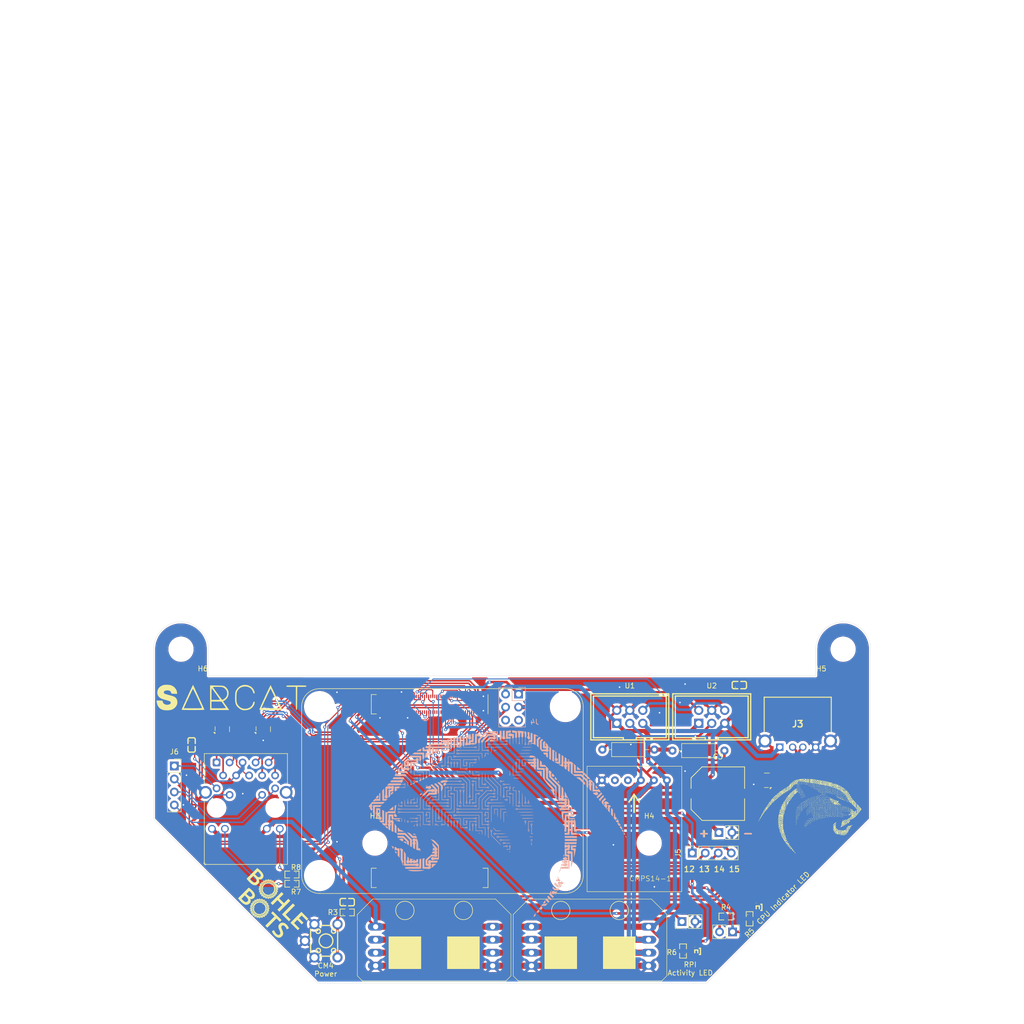
<source format=kicad_pcb>
(kicad_pcb (version 20240108) (generator "pcbnew") (generator_version "8.0")
  (layers (0 "F.Cu" signal) (31 "B.Cu" signal) (34 "B.Paste" user) (35 "F.Paste" user) (36 "B.SilkS" user "B.Silkscreen") (37 "F.SilkS" user "F.Silkscreen") (38 "B.Mask" user) (39 "F.Mask" user) (44 "Edge.Cuts" user))
  (net 0 "")
  (net 1 "GND")
  (net 2 "SCL")
  (net 4 "+3.3V")
  (net 5 "SDA")
  (net 11 "Net-(C1-Pad2)")
  (net 15 "P13")
  (net 25 "P14")
  (net 29 "+5V")
  (net 32 "P15")
  (net 34 "P12")
  (net 37 "/TR0_TAP")
  (net 53 "/TR2_TAP")
  (net 57 "/TR1_TAP")
  (net 62 "/TR3_TAP")
  (net 63 "EN")
  (net 77 "Net-(J2-Pin_2)")
  (net 86 "RUN_PG")
  (net 97 "Net-(ACT_LED1-A)")
  (net 99 "ACT_LED")
  (net 103 "/TRD1_P")
  (net 108 "/TRD3_P")
  (net 111 "/TRD2_P")
  (net 117 "/ETH_LEDG")
  (net 120 "USB_D-")
  (net 122 "/TRD0_N")
  (net 135 "/ETH_LEDY")
  (net 144 "ESP-P23")
  (net 146 "Net-(Module1A-GPIO_VREF(1.8v{slash}3.3v_Input))")
  (net 149 "SHUTDOWN")
  (net 150 "/TRD3_N")
  (net 151 "/TRD2_N")
  (net 152 "USB_D+")
  (net 153 "/TRD1_N")
  (net 154 "/TRD0_P")
  (net 155 "Net-(U4-LEDG_K)")
  (net 156 "Net-(U4-LEDY_K)")
  (net 157 "Net-(RUN_LED1-A)")
  (footprint "BohleBots:MountingHole_4.3mm_M4" (layer "F.Cu") (at -26.79 64.67)
    (property "Reference" "H3")
    (property "Value" "MountingHole")
  )
  (footprint "BohleBots:TASTER_LED" (layer "F.Cu") (at 15.23 81.632)
    (property "Reference" "Taster_LED1" (hide yes))
    (property "Value" "~" (hide yes))
  )
  (footprint "BohleBots:HDR-TH_6P-P2.54-V-F-R2-C3-S2.54-4" (layer "F.Cu") (at 23 40)
    (property "Reference" "U1")
    (property "Value" "Pfostenstecker_6_2x3")
  )
  (footprint "BohleBots:C0603" (layer "F.Cu") (at -62.6 45.499976 -90)
    (property "Reference" "C1" (hide yes))
    (property "Value" "SMD-100nF")
  )
  (footprint "BohleBots:R0603" (layer "F.Cu") (at 46.4 79.446634 -90)
    (property "Reference" "R5")
    (property "Value" "SMD-100R")
  )
  (footprint "BohleBots:R_THT" (layer "F.Cu") (at 27.8 46.4 180)
    (property "Reference" "R2" (hide yes))
    (property "Value" "R")
  )
  (footprint "sarcat:CMPS14" (layer "F.Cu") (at 33.15 49.65 180)
    (property "Reference" "CMPS14-1")
    (property "Value" "~")
  )
  (footprint "CM4IO:Raspberry-Pi-4-Compute-Module" (layer "F.Cu") (at -37.6 38 -90)
    (property "Reference" "Module1" (hide yes))
    (property "Value" "ComputeModule4-CM4")
  )
  (footprint "BohleBots:R0603" (layer "F.Cu") (at -43 70.8 180)
    (property "Reference" "R8")
    (property "Value" "SMD-470R")
  )
  (footprint "BohleBots:HDR-TH_6P-P2.54-V-F-R2-C3-S2.54-4" (layer "F.Cu") (at 39 40)
    (property "Reference" "U2")
    (property "Value" "Pfostenstecker_6_2x3")
  )
  (footprint "BohleBots:C0603" (layer "F.Cu") (at 44.4 33.8)
    (property "Reference" "C4" (hide yes))
    (property "Value" "SMD-100nF")
  )
  (footprint "USB1125-GF-B:USB1125GFB" (layer "F.Cu") (at 52.3 45.917 180)
    (property "Reference" "J3")
    (property "Value" "USB1125-GF-B" (hide yes))
  )
  (footprint "BohleBots:C0603" (layer "F.Cu") (at -32.2 76.2)
    (property "Reference" "C2" (hide yes))
    (property "Value" "SMD-1uF")
  )
  (footprint "BohleBots:R0603" (layer "F.Cu") (at 33.4 85.746685 90)
    (property "Reference" "R6")
    (property "Value" "SMD-100R")
  )
  (footprint "sarcat:sarcatLogoSmall" (layer "F.Cu") (at 58.4 59.2)
    (property "Reference" "G***" (hide yes))
    (property "Value" "LOGO" (hide yes))
  )
  (footprint "Connector_PinHeader_2.54mm:PinHeader_1x02_P2.54mm_Vertical" (layer "F.Cu") (at 33.2 80 90)
    (property "Reference" "J1" (hide yes))
    (property "Value" "Conn_01x02_Pin")
  )
  (footprint "Package_SON:USON-10_2.5x1.0mm_P0.5mm" (layer "F.Cu") (at -56.6 42.4 90)
    (property "Reference" "U3" (hide yes))
    (property "Value" "TPD4EUSB30")
  )
  (footprint "Connector_PinSocket_2.54mm:PinSocket_1x04_P2.54mm_Vertical" (layer "F.Cu") (at 35.2 66.6 90)
    (property "Reference" "J5")
    (property "Value" "Conn_01x04")
  )
  (footprint "Connector_PinSocket_2.54mm:PinSocket_1x04_P2.54mm_Vertical" (layer "F.Cu") (at -65.975 49.6)
    (property "Reference" "J6")
    (property "Value" "Conn_01x04")
  )
  (footprint "Package_SON:USON-10_2.5x1.0mm_P0.5mm" (layer "F.Cu") (at -48.6 42.415 90)
    (property "Reference" "U6" (hide yes))
    (property "Value" "TPD4EUSB30")
  )
  (footprint "BohleBots:LED-SMD_L1.7-W0.6-RD" (layer "F.Cu") (at 48 77.2 -90)
    (property "Reference" "RUN_LED1" (hide yes))
    (property "Value" "LED_SMD")
  )
  (footprint "BohleBots:TASTER_LED" (layer "F.Cu") (at -15.218083 81.632)
    (property "Reference" "Taster_LED2" (hide yes))
    (property "Value" "~" (hide yes))
  )
  (footprint "Connector_PinHeader_2.54mm:PinHeader_1x02_P2.54mm_Vertical" (layer "F.Cu") (at 40.4 62.6 90)
    (property "Reference" "J7" (hide yes))
    (property "Value" "Conn_01x02")
  )
  (footprint "BohleBots:MountingHole_4.3mm_M4" (layer "F.Cu") (at -64.67 26.79)
    (property "Reference" "H6")
    (property "Value" "MountingHole")
  )
  (footprint "BohleBots:R0603" (layer "F.Cu") (at -32.2 78.2)
    (property "Reference" "R3")
    (property "Value" "SMD-10k")
  )
  (footprint "BohleBots:CAP-SMD_BD10.0-L10.3-W10.3-LS11.3-FD" (layer "F.Cu") (at 40.2 55)
    (property "Reference" "C3")
    (property "Value" "SMD-680uF")
  )
  (footprint "Connector_PinHeader_2.54mm:PinHeader_1x02_P2.54mm_Vertical" (layer "F.Cu") (at 43.075 82 -90)
    (property "Reference" "J2" (hide yes))
    (property "Value" "Conn_01x02_Pin")
  )
  (footprint "CM4IO:TRJG0926HENL" (layer "F.Cu") (at -52 57.8)
    (property "Reference" "U4" (hide yes))
    (property "Value" "MagJack-A70-112-331N126")
  )
  (footprint "BohleBots:R0603" (layer "F.Cu") (at -43 72.6 180)
    (property "Reference" "R7")
    (property "Value" "SMD-470R")
  )
  (footprint "BohleBots:SW-TH_5P-L6.0-W6.0-P4.50-LS6.5" (layer "F.Cu") (at -37.275133 83.750064 -90)
    (property "Reference" "U5" (hide yes))
    (property "Value" "SMD-PUSH-BTN" (hide yes))
  )
  (footprint "BohleBots:MountingHole_4.3mm_M4" (layer "F.Cu") (at 26.79 64.67)
    (property "Reference" "H4")
    (property "Value" "MountingHole")
  )
  (footprint "BohleBots:R0603" (layer "F.Cu") (at 41.8 79 180)
    (property "Reference" "R4")
    (property "Value" "SMD-220R")
  )
  (footprint "BohleBots:LED-SMD_L1.7-W0.6-RD" (layer "F.Cu") (at 36 85.8 -90)
    (property "Reference" "ACT_LED1" (hide yes))
    (property "Value" "LED_SMD")
  )
  (footprint "sarcat:sarcatLabelSmall" (layer "F.Cu") (at -54.8 36.2)
    (property "Reference" "G***" (hide yes))
    (property "Value" "LOGO" (hide yes))
  )
  (footprint "BohleBots:MountingHole_4.3mm_M4" (layer "F.Cu") (at 64.67 26.79)
    (property "Reference" "H5")
    (property "Value" "MountingHole")
  )
  (footprint "BohleBots:R_THT" (layer "F.Cu") (at 31.320001 46.6)
    (property "Reference" "R1" (hide yes))
    (property "Value" "R")
  )
  (footprint "BohleBots:logo_klein" (layer "F.Cu") (at -47.2 76.8 -45)
    (property "Reference" "G***" (hide yes))
    (property "Value" "LOGO" (hide yes))
  )
  (footprint "Package_SON:USON-10_2.5x1.0mm_P0.5mm" (layer "F.Cu") (at 49.785 52.4 180)
    (property "Reference" "U7" (hide yes))
    (property "Value" "TPD4EUSB30")
  )
  (footprint "sarcat:sarcatLogo" (layer "B.Cu") (at -3.4 60.4 180)
    (property "Reference" "G***" (hide yes))
    (property "Value" "LOGO" (hide yes))
  )
  (footprint "Connector_PinHeader_2.54mm:PinHeader_2x03_P2.54mm_Vertical" (layer "B.Cu") (at 1.27332 35.565155 180)
    (property "Reference" "J4")
    (property "Value" "Conn_02x03_Odd_Even")
  )
  (gr_line (start -59.34 32) (end 59.34 32) (stroke (width 0.05)) (layer "Edge.Cuts"))
  (gr_line (start 38 92) (end 70 60) (stroke (width 0.05)) (layer "Edge.Cuts"))
  (gr_line (start -38 92) (end -70 60) (stroke (width 0.05)) (layer "Edge.Cuts"))
  (gr_arc (start 59.34 26.79) (mid 64.67 21.46) (end 70 26.79) (stroke (width 0.05)) (layer "Edge.Cuts"))
  (gr_arc (start -70 26.79) (mid -64.67 21.46) (end -59.34 26.79) (stroke (width 0.05)) (layer "Edge.Cuts"))
  (gr_line (start -38 92) (end 38 92) (stroke (width 0.05)) (layer "Edge.Cuts"))
  (gr_line (start -70 26.79) (end -70 60) (stroke (width 0.05)) (layer "Edge.Cuts"))
  (gr_line (start -59.34 26.79) (end -59.34 32) (stroke (width 0.05)) (layer "Edge.Cuts"))
  (gr_line (start 70 26.79) (end 70 60) (stroke (width 0.05)) (layer "Edge.Cuts"))
  (gr_line (start 59.34 26.79) (end 59.34 32) (stroke (width 0.05)) (layer "Edge.Cuts"))
  (gr_text "+" (at 38.544921 63.6 -0) (layer "B.SilkS") (effects (font (size 1.5 1.5) (thickness 0.3) (bold yes)) (justify left bottom mirror)))
  (gr_text "-" (at 47.150297 63.6 -0) (layer "B.SilkS") (effects (font (size 1.5 1.5) (thickness 0.3) (bold yes)) (justify left bottom mirror)))
  (gr_text "-" (at 45 63.6 0) (layer "F.SilkS") (effects (font (size 1.5 1.5) (thickness 0.3) (bold yes)) (justify left bottom)))
  (gr_text "+" (at 36.4 63.6 0) (layer "F.SilkS") (effects (font (size 1.5 1.5) (thickness 0.3) (bold yes)) (justify left bottom)))
  (gr_text "CPU Indicator LED" (at 48.4 80.8 45) (layer "F.SilkS") (effects (font (size 1 1)) (justify left bottom)))
  (gr_text "CM4\nPower" (at -36.4 90.8 0) (layer "F.SilkS") (effects (font (size 1 1)) (justify bottom)))
  (gr_text "RPI\nActivity LED" (at 34.8 90.6 0) (layer "F.SilkS") (effects (font (size 1 1)) (justify bottom)))
  (gr_text "12 13 14 15" (at 44.6 70.4 0) (layer "F.SilkS") (effects (font (size 1.1 1.1) (thickness 0.2) (bold yes)) (justify right bottom)))
  (segment (start -8.7 39.68) (end -9.62 40.6) (width 0.15) (layer "F.Cu") (net 1))
  (segment (start -10.7 36) (end -10.7 35.431372) (width 0.2) (layer "F.Cu") (net 1))
  (segment (start -8.7 36.670709) (end -8.7 35.999999) (width 0.2) (layer "F.Cu") (net 1))
  (segment (start -12.061611 42) (end -11.186827 42) (width 0.15) (layer "F.Cu") (net 1))
  (segment (start -23.1 71.4) (end -23.1 73) (width 0.2) (layer "F.Cu") (net 1))
  (segment (start -16.83 71.67) (end -17.1 71.4) (width 0.2) (layer "F.Cu") (net 1))
  (segment (start -21.549998 35.2) (end -21.6 35.149998) (width 0.2) (layer "F.Cu") (net 1))
  (segment (start -17.1 71.4) (end -18.300001 71.4) (width 0.2) (layer "F.Cu") (net 1))
  (segment (start -15.9 73) (end -15.9 71.77) (width 0.2) (layer "F.Cu") (net 1))
  (segment (start -16.7 35.4) (end -16.75 35.35) (width 0.2) (layer "F.Cu") (net 1))
  (segment (start -10.3 41.113173) (end -10.3 40.6) (width 0.15) (layer "F.Cu") (net 1))
  (segment (start -42.4 59.6) (end -42.4 56.475) (width 0.5) (layer "F.Cu") (net 1))
  (segment (start -18.300001 71.4) (end -18.300001 72.999999) (width 0.2) (layer "F.Cu") (net 1))
  (segment (start -10.8 35.331372) (end -12.681371 35.331372) (width 0.2) (layer "F.Cu") (net 1))
  (segment (start -20.45 35.2) (end -20.6 35.2) (width 0.2) (layer "F.Cu") (net 1))
  (segment (start -3.788083 88.617) (end -26.648083 88.617) (width 1.2) (layer "F.Cu") (net 1))
  (segment (start -8.7 69.919999) (end -8.7 71.4) (width 0.2) (layer "F.Cu") (net 1))
  (segment (start -8.675 35.375) (end -8.7 35.4) (width 0.15) (layer "F.Cu") (net 1))
  (segment (start -5.61229 36) (end -5.6 35.98771) (width 0.15) (layer "F.Cu") (net 1))
  (segment (start -20.7 69.92) (end -20.7 71.4) (width 0.2) (layer "F.Cu") (net 1))
  (segment (start -16 71.67) (end -16.83 71.67) (width 0.2) (layer "F.Cu") (net 1))
  (segment (start -8.7 35.15) (end -8.5 34.95) (width 0.15) (layer "F.Cu") (net 1))
  (segment (start -20.6 35.2) (end -20.8 35.2) (width 0.2) (layer "F.Cu") (net 1))
  (segment (start -56.6 42.785) (end -56.6 42.015) (width 0.25) (layer "F.Cu") (net 1))
  (segment (start 50.17 52.4) (end 48 52.4) (width 0.25) (layer "F.Cu") (net 1))
  (segment (start -56.6 42.015) (end -56.6 40.6) (width 0.25) (layer "F.Cu") (net 1))
  (segment (start -18.300001 71.4) (end -19.5 71.4) (width 0.2) (layer "F.Cu") (net 1))
  (segment (start -7.499999 69.92) (end -7.5 69.27) (width 0.2) (layer "F.Cu") (net 1))
  (segment (start -12.681371 35.331372) (end -12.7 35.350001) (width 0.2) (layer "F.Cu") (net 1))
  (segment (start -25.5 69.920001) (end -25.499999 69.92) (width 0.2) (layer "F.Cu") (net 1))
  (segment (start -13.5 70.47) (end -14.615 71.585) (width 0.2) (layer "F.Cu") (net 1))
  (segment (start -8.7 35.4) (end -8.7 35.999999) (width 0.15) (layer "F.Cu") (net 1))
  (segment (start -14.3 39.68) (end -14.733173 40.113173) (width 0.15) (layer "F.Cu") (net 1))
  (segment (start -6.3 69.92) (end -6.3 69.27) (width 0.2) (layer "F.Cu") (net 1))
  (segment (start -8.7 71.4) (end -8.7 73) (width 0.2) (layer "F.Cu") (net 1))
  (segment (start -25.5 39.9) (end -25.8 40.2) (width 0.2) (layer "F.Cu") (net 1))
  (segment (start -15.9 71.77) (end -16 71.67) (width 0.2) (layer "F.Cu") (net 1))
  (segment (start -24.2 71.4) (end -25.5 71.4) (width 0.2) (layer "F.Cu") (net 1))
  (segment (start -25.5 39.08) (end -25.5 39.9) (width 0.2) (layer "F.Cu") (net 1))
  (segment (start -14.615 71.585) (end -14.7 71.67) (width 0.2) (layer "F.Cu") (net 1))
  (segment (start -14.733173 40.113173) (end -16.3 40.113173) (width 0.15) (layer "F.Cu") (net 1))
  (segment (start -17.900001 36.65) (end -19 36.65) (width 0.2) (layer "F.Cu") (net 1))
  (segment (start -13.5 69.92) (end -13.5 70.47) (width 0.2) (layer "F.Cu") (net 1))
  (segment (start -23.1 69.92) (end -23.1 71.4) (width 0.2) (layer "F.Cu") (net 1))
  (segment (start -14.600001 36.649999) (end -14.7 36.55) (width 0.2) (layer "F.Cu") (net 1))
  (segment (start -17.1 71.4) (end -17.1 73) (width 0.2) (layer "F.Cu") (net 1))
  (segment (start -18.47 40.2) (end -19.67 40.2) (width 0.2) (layer "F.Cu") (net 1))
  (segment (start -17.9 36.649999) (end -17.900001 36.65) (width 0.2) (layer "F.Cu") (net 1))
  (segment (start -24.2 71.4) (end -24.3 71.4) (width 0.2) (layer "F.Cu") (net 1))
  (segment (start -20.3 35.35) (end -20.45 35.2) (width 0.2) (layer "F.Cu") (net 1))
  (segment (start -8.45 71.4) (end -8.7 71.4) (width 0.2) (layer "F.Cu") (net 1))
  (segment (start -48.6 42.8) (end -48.6 42.03) (width 0.25) (layer "F.Cu") (net 1))
  (segment (start -17.9 39.08) (end -17.9 39.63) (width 0.2) (layer "F.Cu") (net 1))
  (segment (start -12.3 40.738389) (end -12.6 41.038389) (width 0.15) (layer "F.Cu") (net 1))
  (segment (start -8.7 39.08) (end -8.7 39.68) (width 0.15) (layer "F.Cu") (net 1))
  (segment (start -11.186827 42) (end -10.3 41.113173) (width 0.15) (layer "F.Cu") (net 1))
  (segment (start -14.3 39.08) (end -14.3 39.68) (width 0.15) (layer "F.Cu") (net 1))
  (segment (start -59.875 54.75) (end -61.124999 55.999999) (width 0.5) (layer "F.Cu") (net 1))
  (segment (start -12.3 71.4) (end -12.3 69.92) (width 0.2) (layer "F.Cu") (net 1))
  (segment (start -17.9 39.63) (end -18.47 40.2) (width 0.2) (layer "F.Cu") (net 1))
  (segment (start -11.1 71.4) (end -11.1 69.92) (width 0.2) (layer "F.Cu") (net 1))
  (segment (start -24.3 71.4) (end -24.3 73) (width 0.2) (layer "F.Cu") (net 1))
  (segment (start -19.5 71.4) (end -20.7 71.4) (width 0.2) (layer "F.Cu") (net 1))
  (segment (start -8.600001 69.27) (end -8.7 69.369999) (width 0.2) (layer "F.Cu") (net 1))
  (segment (start -12.3 71.4) (end -13.5 71.4) (width 0.2) (layer "F.Cu") (net 1))
  (segment (start -24.3 69.92) (end -24.3 71.4) (width 0.2) (layer "F.Cu") (net 1))
  (segment (start -18.300001 72.999999) (end -18.3 73) (width 0.2) (layer "F.Cu") (net 1))
  (segment (start -10.3 40.6) (end -10.3 39.08) (width 0.15) (layer "F.Cu") (net 1))
  (segment (start -11.1 73) (end -11.1 71.4) (width 0.2) (layer "F.Cu") (net 1))
  (segment (start -5.6 38.8) (end -6.02 38.8) (width 0.15) (layer "F.Cu") (net 1))
  (segment (start -7.5 72.35) (end -8.45 71.4) (width 0.2) (layer "F.Cu") (net 1))
  (segment (start -19.1 39.63) (end -19.67 40.2) (width 0.2) (layer "F.Cu") (net 1))
  (segment (start -7.525 35.375) (end -8.675 35.375) (width 0.15) (layer "F.Cu") (net 1))
  (segment (start -7.5 39.08) (end -7.5 39.58) (width 0.15) (layer "F.Cu") (net 1))
  (segment (start -21.9 71.4) (end -23.1 71.4) (width 0.2) (layer "F.Cu") (net 1))
  (segment (start 50.17 52.4) (end 49.4 52.4) (width 0.25) (layer "F.Cu") (net 1))
  (segment (start -17.9 35.45) (end -17.9 36) (width 0.2) (layer "F.Cu") (net 1))
  (segment (start -9.9 71.4) (end -11.1 71.4) (width 0.2) (layer "F.Cu") (net 1))
  (segment (start -48.6 42.8) (end -48.6 44.6) (width 0.25) (layer "F.Cu") (net 1))
  (segment (start -13.5 71.4) (end -13.5 73) (width 0.2) (layer "F.Cu") (net 1))
  (segment (start -20.4 39.93) (end -20.7 39.63) (width 0.2) (layer "F.Cu") (net 1))
  (segment (start 3.8 88.617) (end 26.66 88.617) (width 1.2) (layer "F.Cu") (net 1))
  (segment (start -19.5 73) (end -19.5 71.4) (width 0.2) (layer "F.Cu") (net 1))
  (segment (start -7.5 73) (end -7.5 72.35) (width 0.2) (layer "F.Cu") (net 1))
  (segment (start -19.1 35.35) (end -19.25 35.2) (width 0.2) (layer "F.Cu") (net 1))
  (segment (start -7.499999 36) (end -7.499999 35.400001) (width 0.15) (layer "F.Cu") (net 1))
  (segment (start -7.08 40) (end -6.6 40) (width 0.15) (layer "F.Cu") (net 1))
  (segment (start 24 37.729997) (end 24 37) (width 0.8) (layer "F.Cu") (net 1))
  (segment (start -21.9 69.92) (end -21.9 71.4) (width 0.2) (layer "F.Cu") (net 1))
  (segment (start -20.8 35.2) (end -21.549998 35.2) (width 0.2) (layer "F.Cu") (net 1))
  (segment (start -17.9 36) (end -17.9 36.649999) (width 0.2) (layer "F.Cu") (net 1))
  (segment (start -20.7 39.63) (end -20.7 39.08) (width 0.2) (layer "F.Cu") (net 1))
  (segment (start 23 38.729997) (end 24 37.729997) (width 0.8) (layer "F.Cu") (net 1))
  (segment (start 3.305155 38.105155) (end 4.8 39.6) (width 0.8) (layer "F.Cu") (net 1))
  (segment (start -61.124999 58.075001) (end -59.2 60) (width 0.5) (layer "F.Cu") (net 1))
  (segment (start -61.124999 55.999999) (end -61.124999 58.075001) (width 0.5) (layer "F.Cu") (net 1))
  (segment (start 48 52.4) (end 47.2 53.2) (width 0.25) (layer "F.Cu") (net 1))
  (segment (start -19.67 40.2) (end -20.4 40.2) (width 0.2) (layer "F.Cu") (net 1))
  (segment (start -6.3 36) (end -5.61229 36) (width 0.15) (layer "F.Cu") (net 1))
  (segment (start -18.095 40.575) (end -18.47 40.2) (width 0.15) (layer "F.Cu") (net 1))
  (segment (start -20.3 36) (end -20.3 35.35) (width 0.2) (layer "F.Cu") (net 1))
  (segment (start -8.829291 36.8) (end -8.7 36.670709) (width 0.2) (layer "F.Cu") (net 1))
  (segment (start -6.6 40) (end -6.3 39.7) (width 0.15) (layer "F.Cu") (net 1))
  (segment (start -9.9 69.92) (end -9.9 71.4) (width 0.2) (layer "F.Cu") (net 1))
  (segment (start -20.7 71.4) (end -20.7 73) (width 0.2) (layer "F.Cu") (net 1))
  (segment (start -12.6 41.461611) (end -12.061611 42) (width 0.15) (layer "F.Cu") (net 1))
  (segment (start -10.7 36.65) (end -10.55 36.8) (width 0.2) (layer "F.Cu") (net 1))
  (segment (start 1.27332 38.105155) (end 3.305155 38.105155) (width 0.8) (layer "F.Cu") (net 1))
  (segment (start -16.7 36) (end -16.7 35.4) (width 0.2) (layer "F.Cu") (net 1))
  (segment (start -3.788083 88.617) (end 3.8 88.617) (width 1.2) (layer "F.Cu") (net 1))
  (segment (start -8.7 71.4) (end -9.9 71.4) (width 0.2) (layer "F.Cu") (net 1))
  (segment (start -7.5 39.58) (end -7.08 40) (width 0.15) (layer "F.Cu") (net 1))
  (segment (start -42.4 56.475) (end -44.125 54.75) (width 0.5) (layer "F.Cu") (net 1))
  (segment (start -17.8 35.35) (end -17.9 35.45) (width 0.2) (layer "F.Cu") (net 1))
  (segment (start -59.2 60) (end -42.8 60) (width 0.5) (layer "F.Cu") (net 1))
  (segment (start -25.5 73) (end -25.5 71.4) (width 0.2) (layer "F.Cu") (net 1))
  (segment (start -9.9 71.4) (end -9.9 73) (width 0.2) (layer "F.Cu") (net 1))
  (segment (start -19.1 36.55) (end -19.1 36) (width 0.2) (layer "F.Cu") (net 1))
  (segment (start -6.3 69.27) (end -7.5 69.27) (width 0.2) (layer "F.Cu") (net 1))
  (segment (start -12.6 41.038389) (end -12.6 41.461611) (width 0.15) (layer "F.Cu") (net 1))
  (segment (start -25.5 71.4) (end -25.5 69.920001) (width 0.2) (layer "F.Cu") (net 1))
  (segment (start -12.7 35.350001) (end -12.7 36) (width 0.2) (layer "F.Cu") (net 1))
  (segment (start -19 36.65) (end -19.1 36.55) (width 0.2) (layer "F.Cu") (net 1))
  (segment (start -19.1 39.08) (end -19.1 39.63) (width 0.2) (layer "F.Cu") (net 1))
  (segment (start -19.1 36) (end -19.1 35.35) (width 0.2) (layer "F.Cu") (net 1))
  (segment (start -7.5 69.27) (end -8.600001 69.27) (width 0.2) (layer "F.Cu") (net 1))
  (segment (start -12.7 36) (end -12.7 36.55) (width 0.2) (layer "F.Cu") (net 1))
  (segment (start -10.7 35.431372) (end -10.8 35.331372) (width 0.2) (layer "F.Cu") (net 1))
  (segment (start -12.3 73) (end -12.3 71.4) (width 0.2) (layer "F.Cu") (net 1))
  (segment (start -42.8 60) (end -42.4 59.6) (width 0.5) (layer "F.Cu") (net 1))
  (segment (start -19.25 35.2) (end -20.6 35.2) (width 0.2) (layer "F.Cu") (net 1))
  (segment (start -12.3 39.08) (end -12.3 40.738389) (width 0.15) (layer "F.Cu") (net 1))
  (segment (start -16.3 39.08) (end -16.3 40.113173) (width 0.15) (layer "F.Cu") (net 1))
  (segment (start -12.799999 36.649999) (end -14.600001 36.649999) (width 0.2) (layer "F.Cu") (net 1))
  (segment (start -8.7 35.999999) (end -8.7 35.15) (width 0.15) (layer "F.Cu") (net 1))
  (segment (start -20.7 71.4) (end -21.9 71.4) (width 0.2) (layer "F.Cu") (net 1))
  (segment (start -21.9 71.4) (end -21.9 73) (width 0.2) (layer "F.Cu") (net 1))
  (segment (start -14.7 71.67) (end -14.7 73) (width 0.2) (layer "F.Cu") (net 1))
  (segment (start -14.7 71.67) (end -16 71.67) (width 0.2) (layer "F.Cu") (net 1))
  (segment (start -13.5 69.92) (end -13.5 71.4) (width 0.2) (layer "F.Cu") (net 1))
  (segment (start -18.300001 69.92) (end -18.300001 71.4) (width 0.2) (layer "F.Cu") (net 1))
  (segment (start -23.1 71.4) (end -24.2 71.4) (width 0.2) (layer "F.Cu") (net 1))
  (segment (start -10.7 36) (end -10.7 36.65) (width 0.2) (layer "F.Cu") (net 1))
  (segment (start -12.7 36.55) (end -12.799999 36.649999) (width 0.2) (layer "F.Cu") (net 1))
  (segment (start -16.761827 40.575) (end -18.095 40.575) (width 0.15) (layer "F.Cu") (net 1))
  (segment (start -7.499999 35.400001) (end -7.525 35.375) (width 0.15) (layer "F.Cu") (net 1))
  (segment (start -11.1 71.4) (end -12.3 71.4) (width 0.2) (layer "F.Cu") (net 1))
  (segment (start -20.4 40.2) (end -20.4 39.93) (width 0.2) (layer "F.Cu") (net 1))
  (segment (start -17.1 69.919999) (end -17.1 71.4) (width 0.2) (layer "F.Cu") (net 1))
  (segment (start -16.75 35.35) (end -17.8 35.35) (width 0.2) (layer "F.Cu") (net 1))
  (segment (start -6.02 38.8) (end -6.3 39.08) (width 0.15) (layer "F.Cu") (net 1))
  (segment (start -14.7 36.55) (end -14.7 36) (width 0.2) (layer "F.Cu") (net 1))
  (segment (start -6.3 39.7) (end -6.3 39.08) (width 0.15) (layer "F.Cu") (net 1))
  (segment (start -16.3 40.113173) (end -16.761827 40.575) (width 0.15) (layer "F.Cu") (net 1))
  (segment (start -8.7 69.369999) (end -8.7 69.919999) (width 0.2) (layer "F.Cu") (net 1))
  (segment (start -10.55 36.8) (end -8.829291 36.8) (width 0.2) (layer "F.Cu") (net 1))
  (segment (start -19.5 71.4) (end -19.5 69.92) (width 0.2) (layer "F.Cu") (net 1))
  (segment (start -9.62 40.6) (end -10.3 40.6) (width 0.15) (layer "F.Cu") (net 1))
  (via (at -34.2 35.2) (size 0.6) (drill 0.3) (layers "F.Cu" "B.Cu") (net 1))
  (via (at 19.8 65) (size 0.6) (drill 0.3) (layers "F.Cu" "B.Cu") (net 1))
  (via (at -5.6 38.8) (size 0.6) (drill 0.3) (layers "F.Cu" "B.Cu") (net 1))
  (via (at 23.2 45.4) (size 0.6) (drill 0.3) (layers "F.Cu" "B.Cu") (net 1))
  (via (at 21 34.2) (size 0.6) (drill 0.3) (layers "F.Cu" "B.Cu") (net 1))
  (via (at 32.8 37.2) (size 0.6) (drill 0.3) (layers "F.Cu" "B.Cu") (net 1))
  (via (at -48.6 44.6) (size 0.6) (drill 0.3) (layers "F.Cu" "B.Cu") (net 1))
  (via (at 33.8 50.6) (size 0.6) (drill 0.3) (layers "F.Cu" "B.Cu") (net 1))
  (via (at -64.2 57.2) (size 0.6) (drill 0.3) (layers "F.Cu" "B.Cu") (net 1))
  (via (at 47.2 53.2) (size 0.6) (drill 0.3) (layers "F.Cu" "B.Cu") (net 1))
  (via (at 33 46.8) (size 0.6) (drill 0.3) (layers "F.Cu" "B.Cu") (net 1))
  (via (at -21.6 35.149998) (size 0.6) (drill 0.3) (layers "F.Cu" "B.Cu") (net 1))
  (via (at 28.8 39.2) (size 0.6) (drill 0.3) (layers "F.Cu" "B.Cu") (net 1))
  (via (at -63.6 51.4) (size 0.6) (drill 0.3) (layers "F.Cu" "B.Cu") (net 1))
  (via (at -25.8 40.2) (size 0.6) (drill 0.3) (layers "F.Cu" "B.Cu") (net 1))
  (via (at -34.2 64.4) (size 0.6) (drill 0.3) (layers "F.Cu" "B.Cu") (net 1))
  (via (at -8.5 34.95) (size 0.6) (drill 0.3) (layers "F.Cu" "B.Cu") (net 1))
  (via (at 27.8 73.2) (size 0.6) (drill 0.3) (layers "F.Cu" "B.Cu") (net 1))
  (via (at 33.8 33.6) (size 0.6) (drill 0.3) (layers "F.Cu" "B.Cu") (net 1))
  (via (at -20.4 40.2) (size 0.6) (drill 0.3) (layers "F.Cu" "B.Cu") (net 1))
  (via (at -5.6 35.98771) (size 0.6) (drill 0.3) (layers "F.Cu" "B.Cu") (net 1))
  (via (at -52.6 55) (size 0.6) (drill 0.3) (layers "F.Cu" "B.Cu") (net 1))
  (segment (start -60.25 54.75) (end -63.6 51.4) (width 0.8) (layer "B.Cu") (net 1))
  (segment (start 32.8 34.6) (end 33.8 33.6) (width 0.5) (layer "B.Cu") (net 1))
  (segment (start -5.8 36.6) (end -5.6 36.4) (width 0.15) (layer "B.Cu") (net 1))
  (segment (start 32.8 37.2) (end 32.8 34.6) (width 0.5) (layer "B.Cu") (net 1))
  (segment (start -7.6 36.6) (end -5.8 36.6) (width 0.15) (layer "B.Cu") (net 1))
  (segment (start -5.6 36.4) (end -5.6 38.8) (width 0.15) (layer "B.Cu") (net 1))
  (segment (start -8.5 34.95) (end -8.5 35.7) (width 0.15) (layer "B.Cu") (net 1))
  (segment (start -8.5 35.7) (end -7.6 36.6) (width 0.15) (layer "B.Cu") (net 1))
  (segment (start -5.6 35.98771) (end -5.6 36.4) (width 0.15) (layer "B.Cu") (net 1))
  (segment (start -59.875 54.75) (end -60.25 54.75) (width 0.8) (layer "B.Cu") (net 1))
  (segment (start 36.6 44.6) (end 41.8 44.6) (width 0.5) (layer "F.Cu") (net 2))
  (segment (start 17.64 46.4) (end 18.84 45.2) (width 0.5) (layer "F.Cu") (net 2))
  (segment (start -2.75 43.25) (end 17.45 43.25) (width 0.5) (layer "F.Cu") (net 2))
  (segment (start 35.8 43.8) (end 36.6 44.6) (width 0.5) (layer "F.Cu") (net 2))
  (segment (start 19.4 45.2) (end 25.17 50.97) (width 0.5) (layer "F.Cu") (net 2))
  (segment (start -5.8 43.2) (end -4.3 41.7) (width 0.5) (layer "F.Cu") (net 2))
  (segment (start -13 40.03) (end -12.7 39.73) (width 0.2) (layer "F.Cu") (net 2))
  (segment (start -4.3 41.7) (end -2.75 43.25) (width 0.5) (layer "F.Cu") (net 2))
  (segment (start -3.788083 86.077) (end 3.8 86.077) (width 1.2) (layer "F.Cu") (net 2))
  (segment (start 49.4 51.4) (end 50.17 51.4) (width 0.2) (layer "F.Cu") (net 2))
  (segment (start 49.4 51.4) (end 49 51.4) (width 0.2) (layer "F.Cu") (net 2))
  (segment (start -12.7 39.73) (end -12.7 39.08) (width 0.2) (layer "F.Cu") (net 2))
  (segment (start 3.8 86.077) (end 26.66 86.077) (width 1.2) (layer "F.Cu") (net 2))
  (segment (start 25.17 50.97) (end 25.17 52.388) (width 0.5) (layer "F.Cu") (net 2))
  (segment (start 49 51.4) (end 48.8 51.2) (width 0.2) (layer "F.Cu") (net 2))
  (segment (start 48.8 51.2) (end 48.6 51) (width 0.2) (layer "F.Cu") (net 2))
  (segment (start 35.8 43.8) (end 36.470003 43.8) (width 0.5) (layer "F.Cu") (net 2))
  (segment (start -13 42.5) (end -13 40.03) (width 0.2) (layer "F.Cu") (net 2))
  (segment (start 48.3 51.1) (end 48.8 51.1) (width 0.5) (layer "F.Cu") (net 2))
  (segment (start -1.26668 38.66668) (end -1.26668 38.105155) (width 0.5) (layer "F.Cu") (net 2))
  (segment (start 17.45 43.25) (end 19.4 45.2) (width 0.5) (layer "F.Cu") (net 2))
  (segment (start -3.788083 86.077) (end -26.648083 86.077) (width 1.2) (layer "F.Cu") (net 2))
  (segment (start -4.3 41.7) (end -1.26668 38.66668) (width 0.5) (layer "F.Cu") (net 2))
  (segment (start 41.8 44.6) (end 48.3 51.1) (width 0.5) (layer "F.Cu") (net 2))
  (segment (start 18.84 45.2) (end 19.4 45.2) (width 0.5) (layer "F.Cu") (net 2))
  (segment (start 36.470003 43.8) (end 39 41.270003) (width 0.5) (layer "F.Cu") (net 2))
  (via (at -5.8 43.2) (size 0.6) (drill 0.3) (layers "F.Cu" "B.Cu") (net 2))
  (via (at -13 42.5) (size 0.6) (drill 0.3) (layers "F.Cu" "B.Cu") (net 2))
  (via (at 35.8 43.8) (size 0.6) (drill 0.3) (layers "F.Cu" "B.Cu") (net 2))
  (segment (start 25.529997 43.8) (end 25.17 44.159997) (width 0.5) (layer "B.Cu") (net 2))
  (segment (start 22.799999 84.524999) (end 24.352 86.077) (width 0.8) (layer "B.Cu") (net 2))
  (segment (start 22.799999 54.758001) (end 22.799999 84.524999) (width 0.8) (layer "B.Cu") (net 2))
  (segment (start 25.17 52.388) (end 22.799999 54.758001) (width 0.8) (layer "B.Cu") (net 2))
  (segment (start 23 41.270003) (end 25.529997 43.8) (width 0.5) (layer "B.Cu") (net 2))
  (segment (start 25.529997 43.8) (end 35.8 43.8) (width 0.5) (layer "B.Cu") (net 2))
  (segment (start -13 42.5) (end -12.5 42) (width 0.5) (layer "B.Cu") (net 2))
  (segment (start 24.352 86.077) (end 26.66 86.077) (width 0.8) (layer "B.Cu") (net 2))
  (segment (start -12.5 42) (end -7 42) (width 0.5) (layer "B.Cu") (net 2))
  (segment (start -7 42) (end -5.8 43.2) (width 0.5) (layer "B.Cu") (net 2))
  (segment (start 25.17 44.159997) (end 25.17 52.388) (width 0.5) (layer "B.Cu") (net 2))
  (segment (start -29.445083 78.2) (end -26.648083 80.997) (width 0.5) (layer "F.Cu") (net 4))
  (segment (start -58.629999 61.86) (end -57.279999 63.21) (width 0.8) (layer "F.Cu") (net 4))
  (segment (start 21.959995 42.770003) (end 25.8 42.770003) (width 0.8) (layer "F.Cu") (net 4))
  (segment (start 25.8 42.770003) (end 34.959995 42.770003) (width 0.8) (layer "F.Cu") (net 4))
  (segment (start 20.459995 41.270003) (end 21.959995 42.770003) (width 0.8) (layer "F.Cu") (net 4))
  (segment (start 33.4 84.993319) (end 30.656319 84.993319) (width 0.5) (layer "F.Cu") (net 4))
  (segment (start 27.8 46.4) (end 31.120001 46.4) (width 0.8) (layer "F.Cu") (net 4))
  (segment (start -3.788083 80.997) (end 3.8 80.997) (width 1.2) (layer "F.Cu") (net 4))
  (segment (start 26.8 46.4) (end 26.6 46.2) (width 0.8) (layer "F.Cu") (net 4))
  (segment (start 3.8 80.997) (end 26.66 80.997) (width 1.2) (layer "F.Cu") (net 4))
  (segment (start -57.279999 63.21) (end -49.26 63.21) (width 0.8) (layer "F.Cu") (net 4))
  (segment (start 26.6 43.570003) (end 26.6 46.2) (width 0.8) (layer "F.Cu") (net 4))
  (segment (start 25.8 42.770003) (end 26.6 43.570003) (width 0.8) (layer "F.Cu") (net 4))
  (segment (start -26.648083 80.997) (end -3.788083 80.997) (width 1.2) (layer "F.Cu") (net 4))
  (segment (start 30.656319 84.993319) (end 26.66 80.997) (width 0.5) (layer "F.Cu") (net 4))
  (segment (start 27.8 46.4) (end 26.8 46.4) (width 0.8) (layer "F.Cu") (net 4))
  (segment (start 26.6 46.2) (end 26.6 48.8) (width 0.8) (layer "F.Cu") (net 4))
  (segment (start 31.120001 46.4) (end 31.320001 46.6) (width 0.8) (layer "F.Cu") (net 4))
  (segment (start -49.26 63.21) (end -47.91 61.86) (width 0.8) (layer "F.Cu") (net 4))
  (segment (start 34.959995 42.770003) (end 36.459995 41.270003) (width 0.8) (layer "F.Cu") (net 4))
  (segment (start -31.446634 78.2) (end -29.445083 78.2) (width 0.5) (layer "F.Cu") (net 4))
  (via (at 26.6 48.8) (size 0.6) (drill 0.3) (layers "F.Cu" "B.Cu") (net 4))
  (segment (start -26.648083 76.951917) (end -26.648083 80.997) (width 0.8) (layer "B.Cu") (net 4))
  (segment (start -1.018761 34.115155) (end 13.305147 34.115155) (width 0.8) (layer "B.Cu") (net 4))
  (segment (start -43.09 60.51) (end -26.648083 76.951917) (width 0.8) (layer "B.Cu") (net 4))
  (segment (start 26.662 48.8) (end 30.25 52.388) (width 0.8) (layer "B.Cu") (net 4))
  (segment (start -1.26668 35.565155) (end -1.26668 34.363074) (width 0.8) (layer "B.Cu") (net 4))
  (segment (start -46.56 60.51) (end -43.09 60.51) (width 0.8) (layer "B.Cu") (net 4))
  (segment (start 31.8 60.6) (end 30.25 59.05) (width 0.8) (layer "B.Cu") (net 4))
  (segment (start 26.6 48.8) (end 26.662 48.8) (width 0.8) (layer "B.Cu") (net 4))
  (segment (start 30.25 59.05) (end 30.25 52.388) (width 0.8) (layer "B.Cu") (net 4))
  (segment (start 27.603 80.997) (end 31.8 76.8) (width 0.8) (layer "B.Cu") (net 4))
  (segment (start 13.305147 34.115155) (end 20.459995 41.270003) (width 0.8) (layer "B.Cu") (net 4))
  (segment (start -1.26668 34.363074) (end -1.018761 34.115155) (width 0.8) (layer "B.Cu") (net 4))
  (segment (start -47.91 61.86) (end -46.56 60.51) (width 0.8) (layer "B.Cu") (net 4))
  (segment (start 26.66 80.997) (end 27.603 80.997) (width 0.8) (layer "B.Cu") (net 4))
  (segment (start 31.8 76.8) (end 31.8 60.6) (width 0.8) (layer "B.Cu") (net 4))
  (segment (start 49.399999 51.9) (end 48.7 51.9) (width 0.2) (layer "F.Cu") (net 5))
  (segment (start 2.138475 34.7) (end 1.27332 35.565155) (width 0.5) (layer "F.Cu") (net 5))
  (segment (start 20.459995 38.729997) (end 16.429998 34.7) (width 0.5) (layer "F.Cu") (net 5))
  (segment (start -3.788083 83.537) (end 3.8 83.537) (width 1.2) (layer "F.Cu") (net 5))
  (segment (start 32.929998 35.2) (end 36.459995 38.729997) (width 0.5) (layer "F.Cu") (net 5))
  (segment (start 19.109995 43.787995) (end 26.261 50.939) (width 0.5) (layer "F.Cu") (net 5))
  (segment (start 26.261 50.939) (end 27.71 52.388) (width 0.5) (layer "F.Cu") (net 5))
  (segment (start 48.7 51.9) (end 48.6 51.8) (width 0.2) (layer "F.Cu") (net 5))
  (segment (start 21.809995 36.390005) (end 23 35.2) (width 0.5) (layer "F.Cu") (net 5))
  (segment (start 20.459995 38.729997) (end 21.809995 37.379997) (width 0.5) (layer "F.Cu") (net 5))
  (segment (start 48.01005 51.8) (end 48.6 51.8) (width 0.5) (layer "F.Cu") (net 5))
  (segment (start 41.480001 48.119999) (end 41.2 48.4) (width 0.5) (layer "F.Cu") (net 5))
  (segment (start 50.170001 51.9) (end 49.399999 51.9) (width 0.2) (layer "F.Cu") (net 5))
  (segment (start 26.66 83.537) (end 3.8 83.537) (width 1.2) (layer "F.Cu") (net 5))
  (segment (start 20.459995 38.729997) (end 19.109995 40.079997) (width 0.5) (layer "F.Cu") (net 5))
  (segment (start 23 35.2) (end 32.929998 35.2) (width 0.5) (layer "F.Cu") (net 5))
  (segment (start 26.261 50.939) (end 28.8 48.4) (width 0.5) (layer "F.Cu") (net 5))
  (segment (start 41.480001 46.6) (end 41.480001 48.119999) (width 0.5) (layer "F.Cu") (net 5))
  (segment (start -16.7 39.08) (end -16.7 39.7) (width 0.2) (layer "F.Cu") (net 5))
  (segment (start 21.809995 37.379997) (end 21.809995 36.390005) (width 0.5) (layer "F.Cu") (net 5))
  (segment (start -26.648083 83.537) (end -3.788083 83.537) (width 1.2) (layer "F.Cu") (net 5))
  (segment (start 28.8 48.4) (end 41.2 48.4) (width 0.5) (layer "F.Cu") (net 5))
  (segment (start -4.4 33.2) (end -1.091835 33.2) (width 0.5) (layer "F.Cu") (net 5))
  (segment (start 41.2 48.4) (end 44.61005 48.4) (width 0.5) (layer "F.Cu") (net 5))
  (segment (start 19.109995 40.079997) (end 19.109995 43.787995) (width 0.5) (layer "F.Cu") (net 5))
  (segment (start 44.61005 48.4) (end 48.01005 51.8) (width 0.5) (layer "F.Cu") (net 5))
  (segment (start 16.429998 34.7) (end 2.138475 34.7) (width 0.5) (layer "F.Cu") (net 5))
  (segment (start -16.7 39.7) (end -17 40) (width 0.2) (layer "F.Cu") (net 5))
  (segment (start -1.091835 33.2) (end 1.27332 35.565155) (width 0.5) (layer "F.Cu") (net 5))
  (via (at -17 40) (size 0.6) (drill 0.3) (layers "F.Cu" "B.Cu") (net 5))
  (via (at -4.4 33.2) (size 0.6) (drill 0.3) (layers "F.Cu" "B.Cu") (net 5))
  (segment (start -17 40) (end -19.2 37.8) (width 0.2) (layer "B.Cu") (net 5))
  (segment (start -19.2 37.4) (end -16 34.2) (width 0.2) (layer "B.Cu") (net 5))
  (segment (start 23.8 82.8) (end 24.537 83.537) (width 0.8) (layer "B.Cu") (net 5))
  (segment (start 24.537 83.537) (end 26.66 83.537) (width 0.8) (layer "B.Cu") (net 5))
  (segment (start -16 34.2) (end -15.8 34.2) (width 0.2) (layer "B.Cu") (net 5))
  (segment (start -15.8 34.2) (end -5.6 34.2) (width 0.5) (layer "B.Cu") (net 5))
  (segment (start 23.8 56.298) (end 23.8 82.8) (width 0.8) (layer "B.Cu") (net 5))
  (segment (start -5.6 34.2) (end -4.6 33.2) (width 0.5) (layer "B.Cu") (net 5))
  (segment (start -4.6 33.2) (end -4.4 33.2) (width 0.5) (layer "B.Cu") (net 5))
  (segment (start -19.2 37.8) (end -19.2 37.4) (width 0.2) (layer "B.Cu") (net 5))
  (segment (start 27.71 52.388) (end 23.8 56.298) (width 0.8) (layer "B.Cu") (net 5))
  (segment (start -62 48.2) (end -62 46.8) (width 0.25) (layer "F.Cu") (net 11))
  (segment (start -62 46.8) (end -62.6 46.2) (width 0.25) (layer "F.Cu") (net 11))
  (via (at -62 48.2) (size 0.6) (drill 0.3) (layers "F.Cu" "B.Cu") (net 11))
  (segment (start -59 51.2) (end -62 48.2) (width 0.25) (layer "B.Cu") (net 11))
  (segment (start -52.635 50.180001) (end -53.904999 51.45) (width 0.8) (layer "B.Cu") (net 11))
  (segment (start -52.635 48.91) (end -52.635 50.180001) (width 0.8) (layer "B.Cu") (net 11))
  (segment (start -53.904999 51.45) (end -54.979999 52.525) (width 0.25) (layer "B.Cu") (net 11))
  (segment (start -57.675 52.525) (end -59 51.2) (width 0.25) (layer "B.Cu") (net 11))
  (segment (start -54.979999 52.525) (end -57.675 52.525) (width 0.25) (layer "B.Cu") (net 11))
  (segment (start 35.84 68.5) (end 37.74 66.6) (width 0.5) (layer "F.Cu") (net 15))
  (segment (start 15 62.6) (end 15.4 63) (width 0.5) (layer "F.Cu") (net 15))
  (segment (start 20.28995 68.5) (end 35.84 68.5) (width 0.5) (layer "F.Cu") (net 15))
  (segment (start 14.6 62.6) (end 15 62.6) (width 0.5) (layer "F.Cu") (net 15))
  (segment (start -11.2 41.2) (end -11.5 40.9) (width 0.2) (layer "F.Cu") (net 15))
  (segment (start 15.4 63) (end 15.4 63.61005) (width 0.5) (layer "F.Cu") (net 15))
  (segment (start 15.4 63.61005) (end 20.28995 68.5) (width 0.5) (layer "F.Cu") (net 15))
  (segment (start -11.5 40.9) (end -11.5 39.08) (width 0.2) (layer "F.Cu") (net 15))
  (via (at 14.6 62.6) (size 0.6) (drill 0.3) (layers "F.Cu" "B.Cu") (net 15))
  (via (at -11.2 41.2) (size 0.6) (drill 0.3) (layers "F.Cu" "B.Cu") (net 15))
  (segment (start -6.951471 41.2) (end -4.4 43.751471) (width 0.2) (layer "B.Cu") (net 15))
  (segment (start -2.45 47.55) (end -4.494975 45.505025) (width 0.5) (layer "B.Cu") (net 15))
  (segment (start 14.6 62.6) (end 12.6 62.6) (width 0.5) (layer "B.Cu") (net 15))
  (segment (start -2.389339 47.55) (end -2.45 47.55) (width 0.5) (layer "B.Cu") (net 15))
  (segment (start -4.494975 45.505025) (end -4.494975 43.894974) (width 0.5) (layer "B.Cu") (net 15))
  (segment (start -1.95 48.05) (end -1.95 47.989339) (width 0.5) (layer "B.Cu") (net 15))
  (segment (start 12.6 62.6) (end -1.95 48.05) (width 0.5) (layer "B.Cu") (net 15))
  (segment (start -11.2 41.2) (end -6.951471 41.2) (width 0.2) (layer "B.Cu") (net 15))
  (segment (start -1.95 47.989339) (end -2.389339 47.55) (width 0.5) (layer "B.Cu") (net 15))
  (segment (start -4.4 43.751471) (end -4.4 43.8) (width 0.2) (layer "B.Cu") (net 15))
  (segment (start -17.1 36.697212) (end -17.1 35.999999) (width 0.2) (layer "F.Cu") (net 25))
  (segment (start -1.78005 62.43) (end 13.23 62.43) (width 0.5) (layer "F.Cu") (net 25))
  (segment (start 37.679999 69.2) (end 40.279999 66.6) (width 0.5) (layer "F.Cu") (net 25))
  (segment (start 13.23 62.43) (end 20 69.2) (width 0.5) (layer "F.Cu") (net 25))
  (segment (start -15.322182 49.1) (end -15.11005 49.1) (width 0.5) (layer "F.Cu") (net 25))
  (segment (start -15.324265 48.275735) (end -15.324265 49.097917) (width 0.5) (layer "F.Cu") (net 25))
  (segment (start -17.452789 37.050001) (end -17.1 36.697212) (width 0.2) (layer "F.Cu") (net 25))
  (segment (start -15.11005 49.1) (end -1.78005 62.43) (width 0.5) (layer "F.Cu") (net 25))
  (segment (start 20 69.2) (end 37.679999 69.2) (width 0.5) (layer "F.Cu") (net 25))
  (segment (start -15.324265 49.097917) (end -15.322182 49.1) (width 0.5) (layer "F.Cu") (net 25))
  (via (at -17.452789 37.050001) (size 0.6) (drill 0.3) (layers "F.Cu" "B.Cu") (net 25))
  (via (at -15.324265 48.275735) (size 0.6) (drill 0.3) (layers "F.Cu" "B.Cu") (net 25))
  (segment (start -16 38.8) (end -16 47.6) (width 0.2) (layer "B.Cu") (net 25))
  (segment (start -16 47.6) (end -15.324265 48.275735) (width 0.2) (layer "B.Cu") (net 25))
  (segment (start -17.452789 37.347211) (end -16 38.8) (width 0.2) (layer "B.Cu") (net 25))
  (segment (start -17.452789 37.050001) (end -17.452789 37.347211) (width 0.2) (layer "B.Cu") (net 25))
  (segment (start -22.3 36) (end -21.9 36) (width 0.2) (layer "F.Cu") (net 29))
  (segment (start 35.700127 57.900127) (end 40.4 62.6) (width 0.8) (layer "F.Cu") (net 29))
  (segment (start 27.2 55) (end 35.700127 55) (width 0.8) (layer "F.Cu") (net 29))
  (segment (start 25.4 56.8) (end 27.2 55) (width 0.8) (layer "F.Cu") (net 29))
  (segment (start -27.500001 37.100001) (end -30.4 40) (width 0.5) (layer "F.Cu") (net 29))
  (segment (start -23.1 36) (end -22.700001 36) (width 0.2) (layer "F.Cu") (net 29))
  (segment (start -22.7 35.999999) (end -23.800002 37.100001) (width 0.5) (layer "F.Cu") (net 29))
  (segment (start 41.540005 41.270003) (end 43.699975 39.110033) (width 0.8) (layer "F.Cu") (net 29))
  (segment (start 35.700127 55) (end 35.700127 57.900127) (width 0.8) (layer "F.Cu") (net 29))
  (segment (start -21.9 36) (end -21.5 36) (width 0.2) (layer "F.Cu") (net 29))
  (segment (start -22.700001 36) (end -22.7 35.999999) (width 0.2) (layer "F.Cu") (net 29))
  (segment (start -22.7 35.999999) (end -22.300001 35.999999) (width 0.2) (layer "F.Cu") (net 29))
  (segment (start -22.300001 35.999999) (end -22.3 36) (width 0.2) (layer "F.Cu") (net 29))
  (segment (start 25.4 56.8) (end 3.2 56.8) (width 0.8) (layer "F.Cu") (net 29))
  (segment (start -23.5 36) (end -23.1 36) (width 0.2) (layer "F.Cu") (net 29))
  (segment (start 35.700127 55) (end 35.700127 54.799772) (width 0.8) (layer "F.Cu") (net 29))
  (segment (start 43.699975 39.110033) (end 43.699975 33.8) (width 0.8) (layer "F.Cu") (net 29))
  (segment (start 3.2 56.8) (end -2.7 50.9) (width 0.8) (layer "F.Cu") (net 29))
  (segment (start 35.700127 54.799772) (end 39.2 51.299899) (width 0.8) (layer "F.Cu") (net 29))
  (segment (start -23.800002 37.100001) (end -27.500001 37.100001) (width 0.5) (layer "F.Cu") (net 29))
  (via (at -2.7 50.9) (size 0.6) (drill 0.3) (layers "F.Cu" "B.Cu") (net 29))
  (via (at 39.2 51.299899) (size 0.6) (drill 0.3) (layers "F.Cu" "B.Cu") (net 29))
  (via (at -30.4 40) (size 0.6) (drill 0.3) (layers "F.Cu" "B.Cu") (net 29))
  (segment (start 25.540005 41.270003) (end 27.040005 42.770003) (width 0.8) (layer "B.Cu") (net 29))
  (segment (start -19.5 50.9) (end -2.7 50.9) (width 0.8) (layer "B.Cu") (net 29))
  (segment (start -20 50.4) (end -19.5 50.9) (width 0.8) (layer "B.Cu") (net 29))
  (segment (start 47.870002 47.6) (end 50.617 47.6) (width 0.8) (layer "B.Cu") (net 29))
  (segment (start 39.2 43.610008) (end 39.2 51.299899) (width 0.8) (layer "B.Cu") (net 29))
  (segment (start -30.4 40) (end -20 50.4) (width 0.5) (layer "B.Cu") (net 29))
  (segment (start 40.040005 42.770003) (end 39.2 43.610008) (width 0.8) (layer "B.Cu") (net 29))
  (segment (start 50.617 47.6) (end 52.3 45.917) (width 0.8) (layer "B.Cu") (net 29))
  (segment (start 40.040005 42.770003) (end 41.540005 41.270003) (width 0.8) (layer "B.Cu") (net 29))
  (segment (start 41.540005 41.270003) (end 47.870002 47.6) (width 0.8) (layer "B.Cu") (net 29))
  (segment (start 27.040005 42.770003) (end 40.040005 42.770003) (width 0.8) (layer "B.Cu") (net 29))
  (segment (start 36.1 65.3) (end 41.52 65.3) (width 0.5) (layer "F.Cu") (net 32))
  (segment (start -14.935356 47.535356) (end -14.41005 48.060662) (width 0.5) (layer "F.Cu") (net 32))
  (segment (start -15.4 37) (end -15.875736 37) (width 0.2) (layer "F.Cu") (net 32))
  (segment (start -1.4901 61.73) (end 32.53 61.73) (width 0.5) (layer "F.Cu") (net 32))
  (segment (start 32.53 61.73) (end 36.1 65.3) (width 0.5) (layer "F.Cu") (net 32))
  (segment (start 41.52 65.3) (end 42.82 66.6) (width 0.5) (layer "F.Cu") (net 32))
  (segment (start -14.41005 48.810051) (end -1.4901 61.73) (width 0.5) (layer "F.Cu") (net 32))
  (segment (start -16.3 36.575736) (end -16.3 36) (width 0.2) (layer "F.Cu") (net 32))
  (segment (start -14.41005 48.060662) (end -14.41005 48.810051) (width 0.5) (layer "F.Cu") (net 32))
  (segment (start -15.875736 37) (end -16.3 36.575736) (width 0.2) (layer "F.Cu") (net 32))
  (via (at -14.935356 47.535356) (size 0.6) (drill 0.3) (layers "F.Cu" "B.Cu") (net 32))
  (via (at -15.4 37) (size 0.6) (drill 0.3) (layers "F.Cu" "B.Cu") (net 32))
  (segment (start -15.4 37) (end -15.4 47.070712) (width 0.2) (layer "B.Cu") (net 32))
  (segment (start -15.4 47.070712) (end -14.935356 47.535356) (width 0.2) (layer "B.Cu") (net 32))
  (segment (start 11.8 58.8) (end 33.2 58.8) (width 0.5) (layer "F.Cu") (net 34))
  (segment (start -12.000498 36.65) (end -12.3 36.65) (width 0.2) (layer "F.Cu") (net 34))
  (segment (start -12.3 36.65) (end -12.3 36) (width 0.2) (layer "F.Cu") (net 34))
  (segment (start -11.800496 36.850002) (end -12.000498 36.65) (width 0.2) (layer "F.Cu") (net 34))
  (via (at -11.800496 36.850002) (size 0.6) (drill 0.3) (layers "F.Cu" "B.Cu") (net 34))
  (via (at 11.8 58.8) (size 0.6) (drill 0.3) (layers "F.Cu" "B.Cu") (net 34))
  (via (at 33.2 58.8) (size 0.6) (drill 0.3) (layers "F.Cu" "B.Cu") (net 34))
  (segment (start -11.800496 36.850002) (end -10.549998 36.850002) (width 0.2) (layer "B.Cu") (net 34))
  (segment (start 11.8 58.8) (end -3.4 43.6) (width 0.5) (layer "B.Cu") (net 34))
  (segment (start -10.549998 36.850002) (end -3.8 43.6) (width 0.2) (layer "B.Cu") (net 34))
  (segment (start 33.2 58.8) (end 35.2 60.8) (width 0.5) (layer "B.Cu") (net 34))
  (segment (start -3.4 43.6) (end -3.8 43.6) (width 0.5) (layer "B.Cu") (net 34))
  (segment (start -3.8 43.6) (end -3.6 43.6) (width 0.2) (layer "B.Cu") (net 34))
  (segment (start 35.2 60.8) (end 35.2 66.6) (width 0.5) (layer "B.Cu") (net 34))
  (segment (start -62.085 49.6) (end -65.975 49.6) (width 0.25) (layer "B.Cu") (net 37))
  (segment (start -57.715 53.97) (end -62.085 49.6) (width 0.25) (layer "B.Cu") (net 37))
  (segment (start -53.439999 59.855) (end -58.945 59.855) (width 0.25) (layer "B.Cu") (net 53))
  (segment (start -58.945 59.855) (end -64.12 54.68) (width 0.25) (layer "B.Cu") (net 53))
  (segment (start -48.825 55.240001) (end -53.439999 59.855) (width 0.25) (layer "B.Cu") (net 53))
  (segment (start -64.12 54.68) (end -65.975 54.68) (width 0.25) (layer "B.Cu") (net 53))
  (segment (start -55.175 55.240001) (end -58.137614 55.240001) (width 0.25) (layer "B.Cu") (net 57))
  (segment (start -58.137614 55.240001) (end -59.497613 56.6) (width 0.25) (layer "B.Cu") (net 57))
  (segment (start -61.515 56.6) (end -65.975 52.14) (width 0.25) (layer "B.Cu") (net 57))
  (segment (start -59.497613 56.6) (end -61.515 56.6) (width 0.25) (layer "B.Cu") (net 57))
  (segment (start -52.664719 60.6) (end -62.6 60.6) (width 0.25) (layer "B.Cu") (net 62))
  (segment (start -46.285 54.220281) (end -52.664719 60.6) (width 0.25) (layer "B.Cu") (net 62))
  (segment (start -63.6 59.6) (end -63.6 59.595) (width 0.25) (layer "B.Cu") (net 62))
  (segment (start -46.285 53.97) (end -46.285 54.220281) (width 0.25) (layer "B.Cu") (net 62))
  (segment (start -62.6 60.6) (end -63.6 59.6) (width 0.25) (layer "B.Cu") (net 62))
  (segment (start -63.6 59.595) (end -65.975 57.22) (width 0.25) (layer "B.Cu") (net 62))
  (segment (start 31.6 78.4) (end 33.2 80) (width 0.5) (layer "F.Cu") (net 63))
  (segment (start -27.248529 36) (end -31.6 40.351471) (width 0.2) (layer "F.Cu") (net 63))
  (segment (start -25.9 36) (end -27.248529 36) (width 0.2) (layer "F.Cu") (net 63))
  (segment (start -31.6 40.351471) (end -31.6 40.8) (width 0.2) (layer "F.Cu") (net 63))
  (segment (start 20.4 78.4) (end 31.6 78.4) (width 0.5) (layer "F.Cu") (net 63))
  (via (at -31.6 40.8) (size 0.6) (drill 0.3) (layers "F.Cu" "B.Cu") (net 63))
  (via (at 20.4 78.4) (size 0.6) (drill 0.3) (layers "F.Cu" "B.Cu") (net 63))
  (segment (start -31.6 40.8) (end 6 78.4) (width 0.5) (layer "B.Cu") (net 63))
  (segment (start 6 78.4) (end 20.4 78.4) (width 0.5) (layer "B.Cu") (net 63))
  (segment (start 40.535 82) (end 40.535 79.511634) (width 0.5) (layer "F.Cu") (net 77))
  (segment (start 40.535 79.511634) (end 41.046634 79) (width 0.5) (layer "F.Cu") (net 77))
  (segment (start 34.939339 73.4) (end 38 73.4) (width 0.5) (layer "F.Cu") (net 86))
  (segment (start -2.28995 63.9) (end 12.71005 63.9) (width 0.5) (layer "F.Cu") (net 86))
  (segment (start -18.4 49.95) (end -16.1 49.95) (width 0.5) (layer "F.Cu") (net 86))
  (segment (start -24.3 39.08) (end -24.3 40.3) (width 0.2) (layer "F.Cu") (net 86))
  (segment (start 34.45 71.53995) (end 34.45 72.910661) (width 0.5) (layer "F.Cu") (net 86))
  (segment (start 19.41005 70.6) (end 33.51005 70.6) (width 0.5) (layer "F.Cu") (net 86))
  (segment (start -16.1 49.95) (end -16.1 50.08995) (width 0.5) (layer "F.Cu") (net 86))
  (segment (start -16.1 50.08995) (end -2.28995 63.9) (width 0.5) (layer "F.Cu") (net 86))
  (segment (start -24.3 40.3) (end -21.4 43.2) (width 0.2) (layer "F.Cu") (net 86))
  (segment (start 43.075 82) (end 44.6 82) (width 0.5) (layer "F.Cu") (net 86))
  (segment (start 33.51005 70.6) (end 34.45 71.53995) (width 0.5) (layer "F.Cu") (net 86))
  (segment (start 44.6 82) (end 46.4 80.2) (width 0.5) (layer "F.Cu") (net 86))
  (segment (start 12.71005 63.9) (end 19.41005 70.6) (width 0.5) (layer "F.Cu") (net 86))
  (segment (start 34.45 72.910661) (end 34.939339 73.4) (width 0.5) (layer "F.Cu") (net 86))
  (via (at 38 73.4) (size 0.6) (drill 0.3) (layers "F.Cu" "B.Cu") (net 86))
  (via (at -18.4 49.95) (size 0.6) (drill 0.3) (layers "F.Cu" "B.Cu") (net 86))
  (via (at -21.4 43.2) (size 0.6) (drill 0.3) (layers "F.Cu" "B.Cu") (net 86))
  (segment (start 43.075 78.475) (end 43.075 82) (width 0.5) (layer "B.Cu") (net 86))
  (segment (start -21.4 46.95) (end -18.4 49.95) (width 0.2) (layer "B.Cu") (net 86))
  (segment (start 38 73.4) (end 43.075 78.475) (width 0.5) (layer "B.Cu") (net 86))
  (segment (start -21.4 43.2) (end -21.4 46.95) (width 0.2) (layer "B.Cu") (net 86))
  (segment (start 33.4 86.500051) (end 35.8 86.500051) (width 0.5) (layer "F.Cu") (net 97))
  (segment (start 35.8 86.500051) (end 36 86.700051) (width 0.5) (layer "F.Cu") (net 97))
  (segment (start -15.4 49.8) (end -2 63.2) (width 0.5) (layer "F.Cu") (net 99))
  (segment (start -15.924265 47.524265) (end -15.924265 49.275735) (width 0.2) (layer "F.Cu") (net 99))
  (segment (start 19.7 69.9) (end 33.8 69.9) (width 0.5) (layer "F.Cu") (net 99))
  (segment (start -15.335356 46.935356) (end -15.924265 47.524265) (width 0.2) (layer "F.Cu") (net 99))
  (segment (start -10.765686 34.8) (end -13.4 34.8) (width 0.2) (layer "F.Cu") (net 99))
  (segment (start -15.924265 49.275735) (end -15.4 49.8) (width 0.2) (layer "F.Cu") (net 99))
  (segment (start -2 63.2) (end 13 63.2) (width 0.5) (layer "F.Cu") (net 99))
  (segment (start -14.403982 46.935356) (end -15.335356 46.935356) (width 0.2) (layer "F.Cu") (net 99))
  (segment (start 35.2 71.3) (end 35.2 72.6) (width 0.5) (layer "F.Cu") (net 99))
  (segment (start -10.299999 35.265687) (end -10.765686 34.8) (width 0.2) (layer "F.Cu") (net 99))
  (segment (start -10.299999 36) (end -10.299999 35.265687) (width 0.2) (layer "F.Cu") (net 99))
  (segment (start -13.4 34.8) (end -13.6 35) (width 0.2) (layer "F.Cu") (net 99))
  (segment (start 33.8 69.9) (end 35.2 71.3) (width 0.5) (layer "F.Cu") (net 99))
  (segment (start 13 63.2) (end 19.7 69.9) (width 0.5) (layer "F.Cu") (net 99))
  (segment (start 37.8 83.8) (end 37.099949 83.8) (width 0.5) (layer "F.Cu") (net 99))
  (segment (start -14.369669 46.969669) (end -14.403982 46.935356) (width 0.2) (layer "F.Cu") (net 99))
  (segment (start 37.099949 83.8) (end 36 84.899949) (width 0.5) (layer "F.Cu") (net 99))
  (via (at 37.8 83.8) (size 0.6) (drill 0.3) (layers "F.Cu" "B.Cu") (net 99))
  (via (at -13.6 35) (size 0.6) (drill 0.3) (layers "F.Cu" "B.Cu") (net 99))
  (via (at -14.369669 46.969669) (size 0.6) (drill 0.3) (layers "F.Cu" "B.Cu") (net 99))
  (via (at 35.2 72.6) (size 0.6) (drill 0.3) (layers "F.Cu" "B.Cu") (net 99))
  (segment (start 35.2 74.4) (end 38.2 77.4) (width 0.5) (layer "B.Cu") (net 99))
  (segment (start 35.2 72.6) (end 35.2 74.4) (width 0.5) (layer "B.Cu") (net 99))
  (segment (start 38.2 77.4) (end 38.2 83.4) (width 0.5) (layer "B.Cu") (net 99))
  (segment (start -13.6 35) (end -14.369669 35.769669) (width 0.2) (layer "B.Cu") (net 99))
  (segment (start -14.369669 35.769669) (end -14.369669 46.969669) (width 0.2) (layer "B.Cu") (net 99))
  (segment (start 38.2 83.4) (end 37.8 83.8) (width 0.5) (layer "B.Cu") (net 99))
  (segment (start -55.004587 46.96) (end -54.64 46.96) (width 0.3) (layer "F.Cu") (net 103))
  (segment (start -27.053555 37.700001) (end -32.353554 43) (width 0.3) (layer "F.Cu") (net 103))
  (segment (start -55.442501 43.4425) (end -55.475001 43.41) (width 0.3) (layer "F.Cu") (net 103))
  (segment (start -55.244587 47.32) (end -55.244587 47.2) (width 0.3) (layer "F.Cu") (net 103))
  (segment (start -56.1 41.63688) (end -55.85312 41.39) (width 0.3) (layer "F.Cu") (net 103))
  (segment (start -54.4 45.4) (end -54.4 44.75) (width 0.3) (layer "F.Cu") (net 103))
  (segment (start -55.475001 41.39) (end -51.015761 36.93076) (width 0.3) (layer "F.Cu") (net 103))
  (segment (start -54.4 46.72) (end -54.4 46.6) (width 0.3) (layer "F.Cu") (net 103))
  (segment (start -54.739412 44.485001) (end -54.785077 44.530666) (width 0.3) (layer "F.Cu") (net 103))
  (segment (start -6.8 37.8) (end -6.899999 37.700001) (width 0.3) (layer "F.Cu") (net 103))
  (segment (start -55.004587 45.76) (end -54.64 45.76) (width 0.3) (layer "F.Cu") (net 103))
  (segment (start -55.24853 43.636472) (end -55.442501 43.4425) (width 0.3) (layer "F.Cu") (net 103))
  (segment (start -55.85312 41.39) (end -55.475001 41.39) (width 0.3) (layer "F.Cu") (net 103))
  (segment (start -54.64 47.56) (end -55.004587 47.56) (width 0.3) (layer "F.Cu") (net 103))
  (segment (start -55.209343 44.106401) (end -55.163679 44.060737) (width 0.3) (layer "F.Cu") (net 103))
  (segment (start -6.899999 37.700001) (end -27.053555 37.700001) (width 0.3) (layer "F.Cu") (net 103))
  (segment (start -32.353554 43) (end -38.8 43) (width 0.3) (layer "F.Cu") (net 103))
  (segment (start -54.64 46.36) (end -55.004587 46.36) (width 0.3) (layer "F.Cu") (net 103))
  (segment (start -56.1 42.014999) (end -56.1 41.63688) (width 0.3) (layer "F.Cu") (net 103))
  (segment (start -6.7 37.9) (end -6.8 37.8) (width 0.2) (layer "F.Cu") (net 103))
  (segment (start -54.4 45.52) (end -54.4 45.4) (width 0.3) (layer "F.Cu") (net 103))
  (segment (start -55.244587 46.12) (end -55.244587 46) (width 0.3) (layer "F.Cu") (net 103))
  (segment (start -55.175 48.91) (end -54.91 48.91) (width 0.2) (layer "F.Cu") (net 103))
  (segment (start -55.163678 43.721327) (end -55.24853 43.636472) (width 0.3) (layer "F.Cu") (net 103))
  (segment (start -46.16924 36.93076) (end -46.01924 36.78076) (width 0.3) (layer "F.Cu") (net 103))
  (segment (start -55.124489 44.530665) (end -55.209342 44.445813) (width 0.3) (layer "F.Cu") (net 103))
  (segment (start -54.4 44.75) (end -54.4 44.485001) (width 0.3) (layer "F.Cu") (net 103))
  (segment (start -56.1 42.785001) (end -56.1 42.014999) (width 0.3) (layer "F.Cu") (net 103))
  (segment (start -54.4 48.4) (end -54.4 47.8) (width 0.3) (layer "F.Cu") (net 103))
  (segment (start -56.1 43.16312) (end -56.1 42.785001) (width 0.3) (layer "F.Cu") (net 103))
  (segment (start -51.015761 36.93076) (end -46.16924 36.93076) (width 0.3) (layer "F.Cu") (net 103))
  (segment (start -55.475001 43.41) (end -55.85312 43.41) (width 0.3) (layer "F.Cu") (net 103))
  (segment (start -55.85312 43.41) (end -56.1 43.16312) (width 0.3) (layer "F.Cu") (net 103))
  (segment (start -54.91 48.91) (end -54.4 48.4) (width 0.2) (layer "F.Cu") (net 103))
  (segment (start -6.7 39.08) (end -6.7 37.9) (width 0.2) (layer "F.Cu") (net 103))
  (via (at -38.8 43) (size 0.6) (drill 0.3) (layers "F.Cu" "B.Cu") (net 103))
  (via (at -46.01924 36.78076) (size 0.6) (drill 0.3) (layers "F.Cu" "B.Cu") (net 103))
  (arc (start -55.004587 46.36) (mid -55.174293 46.289706) (end -55.244587 46.12) (width 0.3) (layer "F.Cu") (net 103))
  (arc (start -54.4 44.485001) (mid -54.569707 44.414705) (end -54.739412 44.485001) (width 0.3) (layer "F.Cu") (net 103))
  (arc (start -54.64 45.76) (mid -54.470294 45.689706) (end -54.4 45.52) (width 0.3) (layer "F.Cu") (net 103))
  (arc (start -54.64 46.96) (mid -54.470294 46.889706) (end -54.4 46.72) (width 0.3) (layer "F.Cu") (net 103))
  (arc (start -55.209342 44.445813) (mid -55.279637 44.276107) (end -55.209343 44.106401) (width 0.3) (layer "F.Cu") (net 103))
  (arc (start -55.244587 46) (mid -55.174293 45.830294) (end -55.004587 45.76) (width 0.3) (layer "F.Cu") (net 103))
  (arc (start -54.785077 44.530666) (mid -54.954782 44.600961) (end -55.124489 44.530665) (width 0.3) (layer "F.Cu") (net 103))
  (arc (start -55.163679 44.060737) (mid -55.093385 43.891031) (end -55.163678 43.721327) (width 0.3) (layer "F.Cu") (net 103))
  (arc (start -54.4 46.6) (mid -54.470294 46.430294) (end -54.64 46.36) (width 0.3) (layer "F.Cu") (net 103))
  (arc (start -54.4 47.8) (mid -54.470294 47.630294) (end -54.64 47.56) (width 0.3) (layer "F.Cu") (net 103))
  (arc (start -55.004587 47.56) (mid -55.174293 47.489706) (end -55.244587 47.32) (width 0.3) (layer "F.Cu") (net 103))
  (arc (start -55.244587 47.2) (mid -55.174293 47.030294) (end -55.004587 46.96) (width 0.3) (layer "F.Cu") (net 103))
  (segment (start -46.01924 36.78076) (end -45.86924 36.93076) (width 0.3) (layer "B.Cu") (net 103))
  (segment (start -38.95 42.296446) (end -38.95 42.85) (width 0.3) (layer "B.Cu") (net 103))
  (segment (start -38.95 42.85) (end -38.8 43) (width 0.3) (layer "B.Cu") (net 103))
  (segment (start -45.86924 36.93076) (end -44.315686 36.93076) (width 0.3) (layer "B.Cu") (net 103))
  (segment (start -44.315686 36.93076) (end -38.95 42.296446) (width 0.3) (layer "B.Cu") (net 103))
  (segment (start -47.025 46.96) (end -47.281238 46.96) (width 0.3) (layer "F.Cu") (net 108))
  (segment (start -6.676777 34.923223) (end -6.6 35) (width 0.3) (layer "F.Cu") (net 108))
  (segment (start -46.785 44.115001) (end -47.475001 43.425) (width 0.3) (layer "F.Cu") (net 108))
  (segment (start -47.521238 45.52) (end -47.521238 45.4) (width 0.3) (layer "F.Cu") (net 108))
  (segment (start -6.676777 34.676777) (end -6.676777 34.923223) (width 0.3) (layer "F.Cu") (net 108))
  (segment (start -48.1 43.17812) (end -48.1 42.800001) (width 0.3) (layer "F.Cu") (net 108))
  (segment (start -46.785 44.92) (end -46.785 44.8) (width 0.3) (layer "F.Cu") (net 108))
  (segment (start -47.025 45.76) (end -47.281238 45.76) (width 0.3) (layer "F.Cu") (net 108))
  (segment (start -6.823223 34.423223) (end -6.676777 34.569669) (width 0.3) (layer "F.Cu") (net 108))
  (segment (start -46.785 46.12) (end -46.785 46) (width 0.3) (layer "F.Cu") (net 108))
  (segment (start -46.785 48.14) (end -46.785 47.2) (width 0.3) (layer "F.Cu") (net 108))
  (segment (start -48.1 42.800001) (end -48.1 40.746446) (width 0.3) (layer "F.Cu") (net 108))
  (segment (start -47.281238 46.36) (end -47.025 46.36) (width 0.3) (layer "F.Cu") (net 108))
  (segment (start -46.785 44.4) (end -46.785 44.115001) (width 0.3) (layer "F.Cu") (net 108))
  (segment (start -47.281238 45.16) (end -47.025 45.16) (width 0.3) (layer "F.Cu") (net 108))
  (segment (start -46.785 44.8) (end -46.785 44.4) (width 0.3) (layer "F.Cu") (net 108))
  (segment (start -48.1 40.746446) (end -40.303554 32.95) (width 0.3) (layer "F.Cu") (net 108))
  (segment (start -6.7 36) (end -6.7 35.336397) (width 0.2) (layer "F.Cu") (net 108))
  (segment (start -6.676777 34.569669) (end -6.676777 34.676777) (width 0.3) (layer "F.Cu") (net 108))
  (segment (start -47.475001 43.425) (end -47.85312 43.425) (width 0.3) (layer "F.Cu") (net 108))
  (segment (start -47.521238 46.72) (end -47.521238 46.6) (width 0.3) (layer "F.Cu") (net 108))
  (segment (start -6.6 35.236397) (end -6.6 35) (width 0.2) (layer "F.Cu") (net 108))
  (segment (start -8.296446 32.95) (end -6.823223 34.423223) (width 0.3) (layer "F.Cu") (net 108))
  (segment (start -6.7 35.336397) (end -6.6 35.236397) (width 0.2) (layer "F.Cu") (net 108))
  (segment (start -40.303554 32.95) (end -8.296446 32.95) (width 0.3) (layer "F.Cu") (net 108))
  (segment (start -47.85312 43.425) (end -48.1 43.17812) (width 0.3) (layer "F.Cu") (net 108))
  (segment (start -47.555 48.91) (end -46.785 48.14) (width 0.3) (layer "F.Cu") (net 108))
  (arc (start -47.281238 45.76) (mid -47.450944 45.689706) (end -47.521238 45.52) (width 0.3) (layer "F.Cu") (net 108))
  (arc (start -47.521238 46.6) (mid -47.450944 46.430294) (end -47.281238 46.36) (width 0.3) (layer "F.Cu") (net 108))
  (arc (start -46.785 46) (mid -46.855294 45.830294) (end -47.025 45.76) (width 0.3) (layer "F.Cu") (net 108))
  (arc (start -47.025 46.36) (mid -46.855294 46.289706) (end -46.785 46.12) (width 0.3) (layer "F.Cu") (net 108))
  (arc (start -47.521238 45.4) (mid -47.450944 45.230294) (end -47.281238 45.16) (width 0.3) (layer "F.Cu") (net 108))
  (arc (start -47.025 45.16) (mid -46.855294 45.089706) (end -46.785 44.92) (width 0.3) (layer "F.Cu") (net 108))
  (arc (start -47.281238 46.96) (mid -47.450944 46.889706) (end -47.521238 46.72) (width 0.3) (layer "F.Cu") (net 108))
  (arc (start -46.785 47.2) (mid -46.855294 47.030294) (end -47.025 46.96) (width 0.3) (layer "F.Cu") (net 108))
  (segment (start -50.587575 45.56) (end -50.30472 45.56) (width 0.3) (layer "F.Cu") (net 111))
  (segment (start -39.296446 44.35) (end -30.042714 44.35) (width 0.3) (layer "F.Cu") (net 111))
  (segment (start -50.06472 43.057614) (end -49.807106 42.8) (width 0.3) (layer "F.Cu") (net 111))
  (segment (start -50.06472 46.888834) (end -50.06472 46.4) (width 0.3) (layer "F.Cu") (net 111))
  (segment (start -8.203554 37.003554) (end -8.3 36.907107) (width 0.3) (layer "F.Cu") (net 111))
  (segment (start -50.827575 45.92) (end -50.827575 45.8) (width 0.3) (layer "F.Cu") (net 111))
  (segment (start -5.468833 37.13771) (end -5.531123 37.2) (width 0.3) (layer "F.Cu") (net 111))
  (segment (start -4.25 37.703554) (end -4.815844 37.13771) (width 0.3) (layer "F.Cu") (net 111))
  (segment (start -8.007107 37.2) (end -8.203554 37.003554) (width 0.3) (layer "F.Cu") (net 111))
  (segment (start -49.6 42.8) (end -49.6 42.03) (width 0.3) (layer "F.Cu") (net 111))
  (segment (start -44.117157 39.529289) (end -39.296446 44.35) (width 0.3) (layer "F.Cu") (net 111))
  (segment (start -49.6 40.407966) (end -48.402083 39.210049) (width 0.3) (layer "F.Cu") (net 111))
  (segment (start -50.06472 44.12) (end -50.06472 44) (width 0.3) (layer "F.Cu") (net 111))
  (segment (start -50.06472 44) (end -50.06472 43.4) (width 0.3) (layer "F.Cu") (net 111))
  (segment (start -50.06472 43.4) (end -50.06472 43.057614) (width 0.3) (layer "F.Cu") (net 111))
  (segment (start -50.30472 46.16) (end -50.587575 46.16) (width 0.3) (layer "F.Cu") (net 111))
  (segment (start -29.802714 44.11) (end -29.802714 43.93857) (width 0.3) (layer "F.Cu") (net 111))
  (segment (start -4.815844 37.13771) (end -5.468833 37.13771) (width 0.3) (layer "F.Cu") (net 111))
  (segment (start -50.095 48.91) (end -49.325 48.14) (width 0.3) (layer "F.Cu") (net 111))
  (segment (start -28.602329 44.35) (end -8.703554 44.35) (width 0.3) (layer "F.Cu") (net 111))
  (segment (start -8.3 36.907108) (end -8.203554 37.003554) (width 0.2) (layer "F.Cu") (net 111))
  (segment (start -50.06472 45.32) (end -50.06472 45.2) (width 0.3) (layer "F.Cu") (net 111))
  (segment (start -50.587575 44.36) (end -50.30472 44.36) (width 0.3) (layer "F.Cu") (net 111))
  (segment (start -44.117157 39.317157) (end -44.117157 39.529289) (width 0.3) (layer "F.Cu") (net 111))
  (segment (start -29.202714 43.93857) (end -29.202714 44.11) (width 0.3) (layer "F.Cu") (net 111))
  (segment (start -49.807106 42.8) (end -49.6 42.8) (width 0.3) (layer "F.Cu") (net 111))
  (segment (start -49.325 47.628554) (end -50.06472 46.888834) (width 0.3) (layer "F.Cu") (net 111))
  (segment (start -50.827575 44.72) (end -50.827575 44.6) (width 0.3) (layer "F.Cu") (net 111))
  (segment (start -4.25 39.896446) (end -4.25 37.703554) (width 0.3) (layer "F.Cu") (net 111))
  (segment (start -28.962714 44.35) (end -28.842714 44.35) (width 0.3) (layer "F.Cu") (net 111))
  (segment (start -49.6 42.03) (end -49.6 40.407966) (width 0.3) (layer "F.Cu") (net 111))
  (segment (start -50.30472 44.96) (end -50.587575 44.96) (width 0.3) (layer "F.Cu") (net 111))
  (segment (start -8.3 36) (end -8.3 36.907108) (width 0.2) (layer "F.Cu") (net 111))
  (segment (start -8.703554 44.35) (end -4.25 39.896446) (width 0.3) (layer "F.Cu") (net 111))
  (segment (start -49.325 48.14) (end -49.325 47.628554) (width 0.3) (layer "F.Cu") (net 111))
  (segment (start -5.531123 37.2) (end -8.007107 37.2) (width 0.3) (layer "F.Cu") (net 111))
  (segment (start -29.562714 43.69857) (end -29.442714 43.69857) (width 0.3) (layer "F.Cu") (net 111))
  (segment (start -48.402083 39.210049) (end -48.402083 38.997917) (width 0.3) (layer "F.Cu") (net 111))
  (segment (start -28.842714 44.35) (end -28.602329 44.35) (width 0.3) (layer "F.Cu") (net 111))
  (via (at -44.117157 39.317157) (size 0.6) (drill 0.3) (layers "F.Cu" "B.Cu") (net 111))
  (via (at -48.402083 38.997917) (size 0.6) (drill 0.3) (layers "F.Cu" "B.Cu") (net 111))
  (arc (start -50.587575 46.16) (mid -50.757281 46.089706) (end -50.827575 45.92) (width 0.3) (layer "F.Cu") (net 111))
  (arc (start -50.06472 45.2) (mid -50.135014 45.030294) (end -50.30472 44.96) (width 0.3) (layer "F.Cu") (net 111))
  (arc (start -29.442714 43.69857) (mid -29.273008 43.768864) (end -29.202714 43.93857) (width 0.3) (layer "F.Cu") (net 111))
  (arc (start -50.30472 45.56) (mid -50.135014 45.489706) (end -50.06472 45.32) (width 0.3) (layer "F.Cu") (net 111))
  (arc (start -50.587575 44.96) (mid -50.757281 44.889706) (end -50.827575 44.72) (width 0.3) (layer "F.Cu") (net 111))
  (arc (start -50.827575 44.6) (mid -50.757281 44.430294) (end -50.587575 44.36) (width 0.3) (layer "F.Cu") (net 111))
  (arc (start -30.042714 44.35) (mid -29.873008 44.279706) (end -29.802714 44.11) (width 0.3) (layer "F.Cu") (net 111))
  (arc (start -50.827575 45.8) (mid -50.757281 45.630294) (end -50.587575 45.56) (width 0.3) (layer "F.Cu") (net 111))
  (arc (start -50.06472 46.4) (mid -50.135014 46.230294) (end -50.30472 46.16) (width 0.3) (layer "F.Cu") (net 111))
  (arc (start -29.802714 43.93857) (mid -29.73242 43.768864) (end -29.562714 43.69857) (width 0.3) (layer "F.Cu") (net 111))
  (arc (start -50.30472 44.36) (mid -50.135014 44.289706) (end -50.06472 44.12) (width 0.3) (layer "F.Cu") (net 111))
  (arc (start -29.202714 44.11) (mid -29.13242 44.279706) (end -28.962714 44.35) (width 0.3) (layer "F.Cu") (net 111))
  (segment (start -48.402083 38.997917) (end -48.18995 38.997917) (width 0.3) (layer "B.Cu") (net 111))
  (segment (start -44.648529 38.997917) (end -44.329289 39.317157) (width 0.3) (layer "B.Cu") (net 111))
  (segment (start -48.105636 38.913603) (end -47.567158 38.913603) (width 0.3) (layer "B.Cu") (net 111))
  (segment (start -48.18995 38.997917) (end -48.105636 38.913603) (width 0.3) (layer "B.Cu") (net 111))
  (segment (start -47.567158 38.913603) (end -47.482844 38.997917) (width 0.3) (layer "B.Cu") (net 111))
  (segment (start -47.482844 38.997917) (end -44.648529 38.997917) (width 0.3) (layer "B.Cu") (net 111))
  (segment (start -44.329289 39.317157) (end -44.117157 39.317157) (width 0.3) (layer "B.Cu") (net 111))
  (segment (start -33.650024 72.050024) (end -36.2 74.6) (width 0.2) (layer "F.Cu") (net 117))
  (segment (start -40.246634 74.6) (end -42.246634 72.6) (width 0.2) (layer "F.Cu") (net 117))
  (segment (start -33.650024 67.8) (end -33.650024 72.050024) (width 0.2) (layer "F.Cu") (net 117))
  (segment (start -9.5 36) (end -9.5 35.5) (width 0.2) (layer "F.Cu") (net 117))
  (segment (start -36.417157 41.417157) (end -36.417157 41.817157) (width 0.2) (layer "F.Cu") (net 117))
  (segment (start -36.417157 41.817157) (end -36.6 42) (width 0.2) (layer "F.Cu") (net 117))
  (segment (start -10.7 34.3) (end -29.3 34.3) (width 0.2) (layer "F.Cu") (net 117))
  (segment (start -29.3 34.3) (end -36.417157 41.417157) (width 0.2) (layer "F.Cu") (net 117))
  (segment (start -9.5 35.5) (end -10.7 34.3) (width 0.2) (layer "F.Cu") (net 117))
  (segment (start -36.2 74.6) (end -40.246634 74.6) (width 0.2) (layer "F.Cu") (net 117))
  (via (at -33.650024 67.8) (size 0.6) (drill 0.3) (layers "F.Cu" "B.Cu") (net 117))
  (via (at -36.6 42) (size 0.6) (drill 0.3) (layers "F.Cu" "B.Cu") (net 117))
  (segment (start -36.6 64.850024) (end -33.650024 67.8) (width 0.2) (layer "B.Cu") (net 117))
  (segment (start -36.6 42) (end -36.6 64.850024) (width 0.2) (layer "B.Cu") (net 117))
  (segment (start 53.999657 49.323734) (end 53.909147 49.414243) (width 0.44) (layer "F.Cu") (net 120))
  (segment (start 39.46745 75.08) (end -0.66745 75.08) (width 0.44) (layer "F.Cu") (net 120))
  (segment (start 50.7 52.9) (end 50.8 52.8) (width 0.2) (layer "F.Cu") (net 120))
  (segment (start 51.74745 52.6) (end 51 52.6) (width 0.44) (layer "F.Cu") (net 120))
  (segment (start 48.6 53.357236) (end 48.6 53.4) (width 0.25) (layer "F.Cu") (net 120))
  (segment (start 47.462153 60.512) (end 47.462153 60.64) (width 0.44) (layer "F.Cu") (net 120))
  (segment (start 53.909147 49.776282) (end 54.059137 49.926272) (width 0.44) (layer "F.Cu") (net 120))
  (segment (start 54.511686 49.473725) (end 54.361695 49.323734) (width 0.44) (layer "F.Cu") (net 120))
  (segment (start 47.995067 60.256) (end 47.718153 60.256) (width 0.44) (layer "F.Cu") (net 120))
  (segment (start 50.8 52.8) (end 51 52.6) (width 0.2) (layer "F.Cu") (net 120))
  (segment (start -6.7 70.58) (end -6.54 70.74) (width 0.2) (layer "F.Cu") (net 120))
  (segment (start 53.063531 51.283918) (end 52.575628 51.771822) (width 0.44) (layer "F.Cu") (net 120))
  (segment (start -0.66745 75.08) (end -4.86745 70.88) (width 0.44) (layer "F.Cu") (net 120))
  (segment (start 50.170001 52.9) (end 50.7 52.9) (width 0.2) (layer "F.Cu") (net 120))
  (segment (start 53.606589 50.378822) (end 53.456574 50.228807) (width 0.44) (layer "F.Cu") (net 120))
  (segment (start 53.094536 50.228807) (end 53.004026 50.319316) (width 0.44) (layer "F.Cu") (net 120))
  (segment (start 48.251067 61.28) (end 48.251067 61.830991) (width 0.44) (layer "F.Cu") (net 120))
  (segment (start 53.15404 51.193407) (end 53.063531 51.283918) (width 0.44) (layer "F.Cu") (net 120))
  (segment (start 49.057236 52.9) (end 48.6 53.357236) (width 0.25) (layer "F.Cu") (net 120))
  (segment (start 52.575628 51.771822) (end 52.473725 51.873725) (width 0.44) (layer "F.Cu") (net 120))
  (segment (start -6.4 70.88) (end -6.54 70.74) (width 0.44) (layer "F.Cu") (net 120))
  (segment (start 48.251067 66.296383) (end 39.46745 75.08) (width 0.44) (layer "F.Cu") (net 120))
  (segment (start 54.059137 50.28831) (end 53.968628 50.378821) (width 0.44) (layer "F.Cu") (net 120))
  (segment (start 55.48 46.597) (end 55.48 48.86745) (width 0.44) (layer "F.Cu") (net 120))
  (segment (start 48.251067 61.830991) (end 48.251067 66.296383) (width 0.44) (layer "F.Cu") (net 120))
  (segment (start 49.399999 52.9) (end 50.170001 52.9) (width 0.25) (layer "F.Cu") (net 120))
  (segment (start -6.7 69.92) (end -6.7 70.58) (width 0.2) (layer "F.Cu") (net 120))
  (segment (start -4.86745 70.88) (end -6.4 70.88) (width 0.44) (layer "F.Cu") (net 120))
  (segment (start 55.48 48.86745) (end 54.873725 49.473725) (width 0.44) (layer "F.Cu") (net 120))
  (segment (start 48.251067 53.748933) (end 48.251067 60) (width 0.44) (layer "F.Cu") (net 120))
  (segment (start 53.968628 50.378821) (end 53.968628 50.378822) (width 0.44) (layer "F.Cu") (net 120))
  (segment (start 54.8 45.917) (end 55.48 46.597) (width 0.44) (layer "F.Cu") (net 120))
  (segment (start 49.399999 52.9) (end 49.057236 52.9) (width 0.25) (layer "F.Cu") (net 120))
  (segment (start 48.251067 61.152) (end 48.251067 61.28) (width 0.44) (layer "F.Cu") (net 120))
  (segment (start 53.004026 50.681355) (end 53.15404 50.831369) (width 0.44) (layer "F.Cu") (net 120))
  (segment (start 52.473725 51.873725) (end 51.74745 52.6) (width 0.44) (layer "F.Cu") (net 120))
  (segment (start 47.718153 60.896) (end 47.995067 60.896) (width 0.44) (layer "F.Cu") (net 120))
  (segment (start 48.6 53.4) (end 48.251067 53.748933) (width 0.44) (layer "F.Cu") (net 120))
  (arc (start 53.968628 50.378822) (mid 53.787608 50.453803) (end 53.606589 50.378822) (width 0.44) (layer "F.Cu") (net 120))
  (arc (start 53.909147 49.414243) (mid 53.834166 49.595262) (end 53.909147 49.776282) (width 0.44) (layer "F.Cu") (net 120))
  (arc (start 53.456574 50.228807) (mid 53.275555 50.153826) (end 53.094536 50.228807) (width 0.44) (layer "F.Cu") (net 120))
  (arc (start 47.462153 60.64) (mid 47.537134 60.821019) (end 47.718153 60.896) (width 0.44) (layer "F.Cu") (net 120))
  (arc (start 54.059137 49.926272) (mid 54.134118 50.107291) (end 54.059137 50.28831) (width 0.44) (layer "F.Cu") (net 120))
  (arc (start 54.873725 49.473725) (mid 54.692705 49.548706) (end 54.511686 49.473725) (width 0.44) (layer "F.Cu") (net 120))
  (arc (start 54.361695 49.323734) (mid 54.180676 49.248753) (end 53.999657 49.323734) (width 0.44) (layer "F.Cu") (net 120))
  (arc (start 47.995067 60.896) (mid 48.176086 60.970981) (end 48.251067 61.152) (width 0.44) (layer "F.Cu") (net 120))
  (arc (start 53.15404 50.831369) (mid 53.229021 51.012388) (end 53.15404 51.193407) (width 0.44) (layer "F.Cu") (net 120))
  (arc (start 47.718153 60.256) (mid 47.537134 60.330981) (end 47.462153 60.512) (width 0.44) (layer "F.Cu") (net 120))
  (arc (start 48.251067 60) (mid 48.176086 60.181019) (end 47.995067 60.256) (width 0.44) (layer "F.Cu") (net 120))
  (arc (start 53.004026 50.319316) (mid 52.929045 50.500335) (end 53.004026 50.681355) (width 0.44) (layer "F.Cu") (net 120))
  (segment (start -9.317157 43.682843) (end -9.317157 43.470711) (width 0.3) (layer "F.Cu") (net 122))
  (segment (start -58.903554 40.95) (end -61.05 43.096446) (width 0.3) (layer "F.Cu") (net 122))
  (segment (start -7.75 41.903554) (end -7.75 40.030002) (width 0.3) (layer "F.Cu") (net 122))
  (segment (start -57.1 47.539788) (end -56.445001 48.194787) (width 0.3) (layer "F.Cu") (net 122))
  (segment (start -56.445001 48.194787) (end -56.445001 51.45) (width 0.3) (layer "F.Cu") (net 122))
  (segment (start -18.596446 46.15) (end -13.15 46.15) (width 0.3) (layer "F.Cu") (net 122))
  (segment (start -57.1 42.014999) (end -57.1 41.63688) (width 0.3) (layer "F.Cu") (net 122))
  (segment (start -7.75 39.893606) (end -7.75 40.030002) (width 0.2) (layer "F.Cu") (net 122))
  (segment (start -57.1 41.63688) (end -57.34688 41.39) (width 0.3) (layer "F.Cu") (net 122))
  (segment (start -61.05 51.696446) (end -63.05 53.696446) (width 0.3) (layer "F.Cu") (net 122))
  (segment (start -63.05 60.903554) (end -59.103554 64.85) (width 0.3) (layer "F.Cu") (net 122))
  (segment (start -7.9 39.08) (end -7.9 39.743606) (width 0.2) (layer "F.Cu") (net 122))
  (segment (start -57.1 42.785001) (end -57.1 42.014999) (width 0.3) (layer "F.Cu") (net 122))
  (segment (start -61.05 43.096446) (end -61.05 51.696446) (width 0.3) (layer "F.Cu") (net 122))
  (segment (start -63.05 53.696446) (end -63.05 60.903554) (width 0.3) (layer "F.Cu") (net 122))
  (segment (start -13.15 46.15) (end -13 46.3) (width 0.3) (layer "F.Cu") (net 122))
  (segment (start -9.317157 43.470711) (end -7.75 41.903554) (width 0.3) (layer "F.Cu") (net 122))
  (segment (start -7.9 39.743606) (end -7.75 39.893606) (width 0.2) (layer "F.Cu") (net 122))
  (segment (start -57.1 42.785001) (end -57.1 47.539788) (width 0.3) (layer "F.Cu") (net 122))
  (segment (start -37.296446 64.85) (end -18.596446 46.15) (width 0.3) (layer "F.Cu") (net 122))
  (segment (start -57.34688 41.39) (end -57.724999 41.39) (width 0.3) (layer "F.Cu") (net 122))
  (segment (start -59.103554 64.85) (end -37.296446 64.85) (width 0.3) (layer "F.Cu") (net 122))
  (segment (start -57.724999 41.39) (end -58.164999 40.95) (width 0.3) (layer "F.Cu") (net 122))
  (segment (start -58.164999 40.95) (end -58.903554 40.95) (width 0.3) (layer "F.Cu") (net 122))
  (via (at -9.317157 43.682843) (size 0.6) (drill 0.3) (layers "F.Cu" "B.Cu") (net 122))
  (via (at -13 46.3) (size 0.6) (drill 0.3) (layers "F.Cu" "B.Cu") (net 122))
  (segment (start -9.529289 43.682843) (end -9.317157 43.682843) (width 0.3) (layer "B.Cu") (net 122))
  (segment (start -11.996446 46.15) (end -9.529289 43.682843) (width 0.3) (layer "B.Cu") (net 122))
  (segment (start -12.85 46.15) (end -11.996446 46.15) (width 0.3) (layer "B.Cu") (net 122))
  (segment (start -13 46.3) (end -12.85 46.15) (width 0.3) (layer "B.Cu") (net 122))
  (segment (start -29.74853 33.9) (end -34.024265 38.175735) (width 0.2) (layer "F.Cu") (net 135))
  (segment (start -42.246634 70.646634) (end -42.246634 70.8) (width 0.2) (layer "F.Cu") (net 135))
  (segment (start -35.9 64.5) (end -36.1 64.5) (width 0.2) (layer "F.Cu") (net 135))
  (segment (start -9.28995 33.9) (end -29.74853 33.9) (width 0.2) (layer "F.Cu") (net 135))
  (segment (start -9.1 34.08995) (end -9.28995 33.9) (width 0.2) (layer "F.Cu") (net 135))
  (segment (start -9.1 36) (end -9.1 34.08995) (width 0.2) (layer "F.Cu") (net 135))
  (segment (start -36.1 64.5) (end -42.246634 70.646634) (width 0.2) (layer "F.Cu") (net 135))
  (via (at -34.024265 38.175735) (size 0.6) (drill 0.3) (layers "F.Cu" "B.Cu") (net 135))
  (via (at -35.9 64.5) (size 0.6) (drill 0.3) (layers "F.Cu" "B.Cu") (net 135))
  (segment (start -34.024265 39.824265) (end -34.024265 38.175735) (width 0.2) (layer "B.Cu") (net 135))
  (segment (start -35.9 64.5) (end -36 64.4) (width 0.2) (layer "B.Cu") (net 135))
  (segment (start -36 64.4) (end -36 41.8) (width 0.2) (layer "B.Cu") (net 135))
  (segment (start -36 41.8) (end -34.024265 39.824265) (width 0.2) (layer "B.Cu") (net 135))
  (segment (start -15.7 34.7) (end -15.500001 34.899999) (width 0.2) (layer "F.Cu") (net 144))
  (segment (start -18.54339 35.125978) (end -18.117412 34.7) (width 0.2) (layer "F.Cu") (net 144))
  (segment (start -15.500001 34.899999) (end -15.500001 36) (width 0.2) (layer "F.Cu") (net 144))
  (segment (start -18.117412 34.7) (end -15.7 34.7) (width 0.2) (layer "F.Cu") (net 144))
  (via (at -18.54339 35.125978) (size 0.6) (drill 0.3) (layers "F.Cu" "B.Cu") (net 144))
  (segment (start -15.4 32.6) (end 26.420003 32.6) (width 0.2) (layer "B.Cu") (net 144))
  (segment (start 26.890005 37.379997) (end 31.2 37.379997) (width 0.5) (layer "B.Cu") (net 144))
  (segment (start 25.540005 38.729997) (end 26.890005 37.379997) (width 0.5) (layer "B.Cu") (net 144))
  (segment (start 40.190005 37.379997) (end 41.540005 38.729997) (width 0.5) (layer "B.Cu") (net 144))
  (segment (start 34.680803 38.6) (end 35.900806 37.379997) (width 0.5) (layer "B.Cu") (net 144))
  (segment (start 31.2 37.379997) (end 32.420003 38.6) (width 0.5) (layer "B.Cu") (net 144))
  (segment (start 35.900806 37.379997) (end 40.190005 37.379997) (width 0.5) (layer "B.Cu") (net 144))
  (segment (start 32.420003 38.6) (end 34.680803 38.6) (width 0.5) (layer "B.Cu") (net 144))
  (segment (start -18.54339 35.125978) (end -17.925978 35.125978) (width 0.2) (layer "B.Cu") (net 144))
  (segment (start 26.420003 32.6) (end 31.2 37.379997) (width 0.2) (layer "B.Cu") (net 144))
  (segment (start -17.925978 35.125978) (end -15.4 32.6) (width 0.2) (layer "B.Cu") (net 144))
  (segment (start -21.5 39.08) (end -21.5 39.68) (width 0.15) (layer "F.Cu") (net 146))
  (segment (start -22.7 39.7) (end -22.7 39.48) (width 0.15) (layer "F.Cu") (net 146))
  (segment (start -22.7 39.7) (end -22.7 39.08) (width 0.15) (layer "F.Cu") (net 146))
  (segment (start -21.525 39.705) (end -22.695 39.705) (width 0.15) (layer "F.Cu") (net 146))
  (segment (start -21.5 39.68) (end -21.525 39.705) (width 0.15) (layer "F.Cu") (net 146))
  (segment (start -22.7 39.48) (end -23.1 39.08) (width 0.15) (layer "F.Cu") (net 146))
  (segment (start -22.695 39.705) (end -22.7 39.7) (width 0.15) (layer "F.Cu") (net 146))
  (segment (start -17 48.8) (end -20.397918 48.8) (width 0.5) (layer "F.Cu") (net 149))
  (segment (start -20.397918 48.8) (end -32.900024 61.302106) (width 0.5) (layer "F.Cu") (net 149))
  (segment (start -32.953366 76.253342) (end -32.900024 76.2) (width 0.5) (layer "F.Cu") (net 149))
  (segment (start -34.100127 80.500128) (end -34.100127 79.346761) (width 0.5) (layer "F.Cu") (net 149))
  (segment (start -16.6 49.2) (end -17 48.8) (width 0.5) (layer "F.Cu") (net 149))
  (segment (start -34.100127 87) (end -34.100127 80.500128) (width 0.5) (layer "F.Cu") (net 149))
  (segment (start -32.900024 61.302106) (end -32.900024 76.2) (width 0.5) (layer "F.Cu") (net 149))
  (segment (start -32.953366 78.2) (end -32.953366 76.253342) (width 0.5) (layer "F.Cu") (net 149))
  (segment (start -11.9 41.151562) (end -11.9 39.08) (width 0.2) (layer "F.Cu") (net 149))
  (segment (start -34.100127 79.346761) (end -32.953366 78.2) (width 0.5) (layer "F.Cu") (net 149))
  (segment (start -11.998438 41.25) (end -11.9 41.151562) (width 0.2) (layer "F.Cu") (net 149))
  (via (at -11.998438 41.25) (size 0.6) (drill 0.3) (layers "F.Cu" "B.Cu") (net 149))
  (via (at -16.6 49.2) (size 0.6) (drill 0.3) (layers "F.Cu" "B.Cu") (net 149))
  (segment (start -15.4 49.2) (end -16.6 49.2) (width 0.2) (layer "B.Cu") (net 149))
  (segment (start -13.6 42.151471) (end -13.6 47.4) (width 0.2) (layer "B.Cu") (net 149))
  (segment (start -12.698529 41.25) (end -13.6 42.151471) (width 0.2) (layer "B.Cu") (net 149))
  (segment (start -13.6 47.4) (end -15.4 49.2) (width 0.2) (layer "B.Cu") (net 149))
  (segment (start -11.998438 41.25) (end -12.698529 41.25) (width 0.2) (layer "B.Cu") (net 149))
  (segment (start -46.285 43.907894) (end -47.392894 42.8) (width 0.3) (layer "F.Cu") (net 150))
  (segment (start -40.301826 34.207774) (end -40.408317 34.101282) (width 0.3) (layer "F.Cu") (net 150))
  (segment (start -7.1 36) (end -7.1 35.198959) (width 0.2) (layer "F.Cu") (net 150))
  (segment (start -7.176777 35.122182) (end -7.149479 35.14948) (width 0.3) (layer "F.Cu") (net 150))
  (segment (start -41.235223 35.480553) (end -41.15037 35.3957) (width 0.3) (layer "F.Cu") (net 150))
  (segment (start -8.503554 33.45) (end -7.176777 34.776777) (width 0.3) (layer "F.Cu") (net 150))
  (segment (start -47.6 42.8) (end -47.6 40.953554) (width 0.3) (layer "F.Cu") (net 150))
  (segment (start -40.832582 34.525548) (end -40.72609 34.632039) (width 0.3) (layer "F.Cu") (net 150))
  (segment (start -47.6 40.953554) (end -42.020523 35.374077) (width 0.3) (layer "F.Cu") (net 150))
  (segment (start -7.1 35.198959) (end -7.149479 35.14948) (width 0.2) (layer "F.Cu") (net 150))
  (segment (start -41.681111 35.374077) (end -41.574634 35.480553) (width 0.3) (layer "F.Cu") (net 150))
  (segment (start -46.285 51.45) (end -46.285 43.907894) (width 0.3) (layer "F.Cu") (net 150))
  (segment (start -39.4 33.45) (end -8.503554 33.45) (width 0.3) (layer "F.Cu") (net 150))
  (segment (start -40.408317 33.761871) (end -40.323465 33.677019) (width 0.3) (layer "F.Cu") (net 150))
  (segment (start -40.386679 34.632039) (end -40.301826 34.547186) (width 0.3) (layer "F.Cu") (net 150))
  (segment (start -47.392894 42.8) (end -47.6 42.8) (width 0.3) (layer "F.Cu") (net 150))
  (segment (start -41.256846 34.6104) (end -41.171994 34.525548) (width 0.3) (layer "F.Cu") (net 150))
  (segment (start -41.15037 35.056288) (end -41.256846 34.949811) (width 0.3) (layer "F.Cu") (net 150))
  (segment (start -40.096446 33.45) (end -39.4 33.45) (width 0.3) (layer "F.Cu") (net 150))
  (segment (start -7.176777 34.776777) (end -7.176777 35.122182) (width 0.3) (layer "F.Cu") (net 150))
  (segment (start -40.323465 33.677019) (end -40.096446 33.45) (width 0.3) (layer "F.Cu") (net 150))
  (arc (start -41.256846 34.949811) (mid -41.327141 34.780105) (end -41.256846 34.6104) (width 0.3) (layer "F.Cu") (net 150))
  (arc (start -40.301826 34.547186) (mid -40.231531 34.37748) (end -40.301826 34.207774) (width 0.3) (layer "F.Cu") (net 150))
  (arc (start -41.15037 35.3957) (mid -41.080075 35.225994) (end -41.15037 35.056288) (width 0.3) (layer "F.Cu") (net 150))
  (arc (start -41.574634 35.480553) (mid -41.404928 35.550848) (end -41.235223 35.480553) (width 0.3) (layer "F.Cu") (net 150))
  (arc (start -40.408317 34.101282) (mid -40.478612 33.931576) (end -40.408317 33.761871) (width 0.3) (layer "F.Cu") (net 150))
  (arc (start -41.171994 34.525548) (mid -41.002288 34.455253) (end -40.832582 34.525548) (width 0.3) (layer "F.Cu") (net 150))
  (arc (start -40.72609 34.632039) (mid -40.556384 34.702334) (end -40.386679 34.632039) (width 0.3) (layer "F.Cu") (net 150))
  (arc (start -42.020523 35.374077) (mid -41.850817 35.303782) (end -41.681111 35.374077) (width 0.3) (layer "F.Cu") (net 150))
  (segment (start -49.1 42.029999) (end -49.1 40.615074) (width 0.3) (layer "F.Cu") (net 151))
  (segment (start -49.1 43.17812) (end -49.1 42.800001) (width 0.3) (layer "F.Cu") (net 151))
  (segment (start -49.34688 43.425) (end -49.1 43.17812) (width 0.3) (layer "F.Cu") (net 151))
  (segment (start -8.496446 44.85) (end -3.75 40.103554) (width 0.3) (layer "F.Cu") (net 151))
  (segment (start -44.682843 39.882843) (end -44.470711 39.882843) (width 0.3) (layer "F.Cu") (net 151))
  (segment (start -48.825 51.45) (end -48.825 47.421446) (width 0.3) (layer "F.Cu") (net 151))
  (segment (start -7.9 36.6) (end -7.9 36) (width 0.2) (layer "F.Cu") (net 151))
  (segment (start -48.825 47.421446) (end -49.56472 46.681726) (width 0.3) (layer "F.Cu") (net 151))
  (segment (start -44.470711 39.882843) (end -39.503554 44.85) (width 0.3) (layer "F.Cu") (net 151))
  (segment (start -5.78771 36.63771) (end -5.85 36.7) (width 0.3) (layer "F.Cu") (net 151))
  (segment (start -48.048529 39.563603) (end -47.836397 39.563603) (width 0.3) (layer "F.Cu") (net 151))
  (segment (start -4.608736 36.63771) (end -5.468833 36.63771) (width 0.3) (layer "F.Cu") (net 151))
  (segment (start -39.503554 44.85) (end -8.496446 44.85) (width 0.3) (layer "F.Cu") (net 151))
  (segment (start -49.1 40.615074) (end -48.048529 39.563603) (width 0.3) (layer "F.Cu") (net 151))
  (segment (start -49.1 42.800001) (end -49.1 42.029999) (width 0.3) (layer "F.Cu") (net 151))
  (segment (start -49.56472 43.425) (end -49.34688 43.425) (width 0.3) (layer "F.Cu") (net 151))
  (segment (start -3.75 40.103554) (end -3.75 37.496446) (width 0.3) (layer "F.Cu") (net 151))
  (segment (start -49.56472 46.681726) (end -49.56472 43.425) (width 0.3) (layer "F.Cu") (net 151))
  (segment (start -5.468833 36.63771) (end -5.78771 36.63771) (width 0.3) (layer "F.Cu") (net 151))
  (segment (start -5.85 36.7) (end -7.8 36.7) (width 0.3) (layer "F.Cu") (net 151))
  (segment (start -3.75 37.496446) (end -4.608736 36.63771) (width 0.3) (layer "F.Cu") (net 151))
  (segment (start -7.8 36.7) (end -7.9 36.6) (width 0.2) (layer "F.Cu") (net 151))
  (via (at -44.682843 39.882843) (size 0.6) (drill 0.3) (layers "F.Cu" "B.Cu") (net 151))
  (via (at -47.836397 39.563603) (size 0.6) (drill 0.3) (layers "F.Cu" "B.Cu") (net 151))
  (segment (start -44.682843 39.670711) (end -44.682843 39.882843) (width 0.3) (layer "B.Cu") (net 151))
  (segment (start -47.836397 39.563603) (end -47.770711 39.497917) (width 0.3) (layer "B.Cu") (net 151))
  (segment (start -44.855637 39.497917) (end -44.682843 39.670711) (width 0.3) (layer "B.Cu") (net 151))
  (segment (start -47.770711 39.497917) (end -44.855637 39.497917) (width 0.3) (layer "B.Cu") (net 151))
  (segment (start 39.73255 75.72) (end -0.93255 75.72) (width 0.44) (layer "F.Cu") (net 152))
  (segment (start 49.4 53.4) (end 49.2 53.6) (width 0.25) (layer "F.Cu") (net 152))
  (segment (start 55.345957 49.906589) (end 55.436468 49.816081) (width 0.44) (layer "F.Cu") (net 152))
  (segment (start 55.45489 50.377561) (end 55.345957 50.268628) (width 0.44) (layer "F.Cu") (net 152))
  (segment (start 51.85255 53.4) (end 53.626275 51.626275) (width 0.44) (layer "F.Cu") (net 152))
  (segment (start 50.17 53.4) (end 49.4 53.4) (width 0.25) (layer "F.Cu") (net 152))
  (segment (start 49.2 53.6) (end 49.2 53.8) (width 0.25) (layer "F.Cu") (net 152))
  (segment (start 53.988313 51.626275) (end 54.097239 51.735201) (width 0.44) (layer "F.Cu") (net 152))
  (segment (start -5.13255 71.52) (end -6.665097 71.52) (width 0.44) (layer "F.Cu") (net 152))
  (segment (start 49.2 53.8) (end 48.891067 54.108933) (width 0.44) (layer "F.Cu") (net 152))
  (segment (start 54.549787 51.282652) (end 54.44086 51.173725) (width 0.44) (layer "F.Cu") (net 152))
  (segment (start 48.891067 54.108933) (end 48.891067 66.561483) (width 0.44) (layer "F.Cu") (net 152))
  (segment (start -0.93255 75.72) (end -5.13255 71.52) (width 0.44) (layer "F.Cu") (net 152))
  (segment (start 55.924372 49.328178) (end 56.12 49.13255) (width 0.44) (layer "F.Cu") (net 152))
  (segment (start -6.665097 71.52) (end -7.2 70.985097) (width 0.44) (layer "F.Cu") (net 152))
  (segment (start 54.44086 50.811686) (end 54.531371 50.721178) (width 0.44) (layer "F.Cu") (net 152))
  (segment (start 55.364381 50.83011) (end 55.45489 50.7396) (width 0.44) (layer "F.Cu") (net 152))
  (segment (start 56.12 48.634122) (end 56.12 46.597) (width 0.44) (layer "F.Cu") (net 152))
  (segment (start 50.9 53.4) (end 51.85255 53.4) (width 0.44) (layer "F.Cu") (net 152))
  (segment (start 55.436468 49.816081) (end 55.924372 49.328178) (width 0.44) (layer "F.Cu") (net 152))
  (segment (start 54.459278 51.735201) (end 54.549787 51.644691) (width 0.44) (layer "F.Cu") (net 152))
  (segment (start 48.891067 66.561483) (end 39.73255 75.72) (width 0.44) (layer "F.Cu") (net 152))
  (segment (start 56.12 49.13255) (end 56.12 48.634122) (width 0.44) (layer "F.Cu") (net 152))
  (segment (start 50.17 53.4) (end 50.9 53.4) (width 0.2) (layer "F.Cu") (net 152))
  (segment (start -7.1 70.7) (end -7.2 70.8) (width 0.2) (layer "F.Cu") (net 152))
  (segment (start -7.1 69.92) (end -7.1 70.7) (width 0.2) (layer "F.Cu") (net 152))
  (segment (start 54.89341 50.721178) (end 55.002342 50.83011) (width 0.44) (layer "F.Cu") (net 152))
  (segment (start -7.2 70.985097) (end -7.2 70.8) (width 0.44) (layer "F.Cu") (net 152))
  (segment (start 54.531371 50.721178) (end 54.531372 50.721178) (width 0.44) (layer "F.Cu") (net 152))
  (segment (start 56.12 46.597) (end 56.8 45.917) (width 0.44) (layer "F.Cu") (net 152))
  (arc (start 53.626275 51.626275) (mid 53.807294 51.551294) (end 53.988313 51.626275) (width 0.44) (layer "F.Cu") (net 152))
  (arc (start 54.44086 51.173725) (mid 54.365879 50.992706) (end 54.44086 50.811686) (width 0.44) (layer "F.Cu") (net 152))
  (arc (start 54.097239 51.735201) (mid 54.278259 51.810181) (end 54.459278 51.735201) (width 0.44) (layer "F.Cu") (net 152))
  (arc (start 54.549787 51.644691) (mid 54.624768 51.463671) (end 54.549787 51.282652) (width 0.44) (layer "F.Cu") (net 152))
  (arc (start 54.531372 50.721178) (mid 54.712391 50.646197) (end 54.89341 50.721178) (width 0.44) (layer "F.Cu") (net 152))
  (arc (start 55.002342 50.83011) (mid 55.183362 50.90509) (end 55.364381 50.83011) (width 0.44) (layer "F.Cu") (net 152))
  (arc (start 55.45489 50.7396) (mid 55.529871 50.55858) (end 55.45489 50.377561) (width 0.44) (layer "F.Cu") (net 152))
  (arc (start 55.345957 50.268628) (mid 55.270976 50.087609) (end 55.345957 49.906589) (width 0.44) (layer "F.Cu") (net 152))
  (segment (start -51.365 51.45) (end -51.75 51.45) (width 0.2) (layer "F.Cu") (net 153))
  (segment (start -7.2 38.2) (end -7.200001 38.200001) (width 0.3) (layer "F.Cu") (net 153))
  (segment (start -51.75 51.45) (end -53.8 49.4) (width 0.2) (layer "F.Cu") (net 153))
  (segment (start -7.200001 38.200001) (end -26.846447 38.200001) (width 0.3) (layer "F.Cu") (net 153))
  (segment (start -31.886898 43.240451) (end -31.971751 43.325305) (width 0.3) (layer "F.Cu") (net 153))
  (segment (start -39.45 43.269239) (end -39.45 43.15) (width 0.3) (layer "F.Cu") (net 153))
  (segment (start -30.82296 43.455863) (end -30.907812 43.540715) (width 0.3) (layer "F.Cu") (net 153))
  (segment (start -32.146446 43.5) (end -38.380761 43.5) (width 0.3) (layer "F.Cu") (net 153))
  (segment (start -7.1 39.08) (end -7.1 38.3) (width 0.2) (layer "F.Cu") (net 153))
  (segment (start -31.971751 43.325305) (end -32.123223 43.476777) (width 0.3) (layer "F.Cu") (net 153))
  (segment (start -32.123223 43.476777) (end -32.146446 43.5) (width 0.3) (layer "F.Cu") (net 153))
  (segment (start -39.069239 43.65) (end -39.45 43.269239) (width 0.3) (layer "F.Cu") (net 153))
  (segment (start -31.123224 42.816189) (end -30.822959 43.116451) (width 0.3) (layer "F.Cu") (net 153))
  (segment (start -55.6 42.015) (end -55.392894 42.015) (width 0.3) (layer "F.Cu") (net 153))
  (segment (start -53.8 49.4) (end -53.8 48.8) (width 0.2) (layer "F.Cu") (net 153))
  (segment (start -26.846447 38.200001) (end -31.123223 42.476777) (width 0.3) (layer "F.Cu") (net 153))
  (segment (start -46.16924 37.43076) (end -46.01924 37.58076) (width 0.3) (layer "F.Cu") (net 153))
  (segment (start -38.380761 43.5) (end -38.530761 43.65) (width 0.3) (layer "F.Cu") (net 153))
  (segment (start -55.6 42.785) (end -55.6 42.015) (width 0.3) (layer "F.Cu") (net 153))
  (segment (start -39.45 43.15) (end -39.6 43) (width 0.3) (layer "F.Cu") (net 153))
  (segment (start -50.808654 37.43076) (end -46.16924 37.43076) (width 0.3) (layer "F.Cu") (net 153))
  (segment (start -55.6 42.785) (end -55.392894 42.785) (width 0.3) (layer "F.Cu") (net 153))
  (segment (start -55.392894 42.785) (end -53.8 44.377894) (width 0.3) (layer "F.Cu") (net 153))
  (segment (start -38.530761 43.65) (end -39.069239 43.65) (width 0.3) (layer "F.Cu") (net 153))
  (segment (start -7.1 38.3) (end -7.2 38.2) (width 0.2) (layer "F.Cu") (net 153))
  (segment (start -53.8 44.377894) (end -53.8 48.8) (width 0.3) (layer "F.Cu") (net 153))
  (segment (start -55.392894 42.015) (end -50.808654 37.43076) (width 0.3) (layer "F.Cu") (net 153))
  (segment (start -31.247224 43.540715) (end -31.547486 43.24045) (width 0.3) (layer "F.Cu") (net 153))
  (via (at -39.6 43) (size 0.6) (drill 0.3) (layers "F.Cu" "B.Cu") (net 153))
  (via (at -46.01924 37.58076) (size 0.6) (drill 0.3) (layers "F.Cu" "B.Cu") (net 153))
  (arc (start -31.547486 43.24045) (mid -31.717192 43.170157) (end -31.886898 43.240451) (width 0.3) (layer "F.Cu") (net 153))
  (arc (start -31.123223 42.476777) (mid -31.193517 42.646483) (end -31.123224 42.816189) (width 0.3) (layer "F.Cu") (net 153))
  (arc (start -30.822959 43.116451) (mid -30.752666 43.286157) (end -30.82296 43.455863) (width 0.3) (layer "F.Cu") (net 153))
  (arc (start -30.907812 43.540715) (mid -31.077517 43.611009) (end -31.247224 43.540715) (width 0.3) (layer "F.Cu") (net 153))
  (segment (start -45.86924 37.43076) (end -44.522794 37.43076) (width 0.3) (layer "B.Cu") (net 153))
  (segment (start -46.01924 37.58076) (end -45.86924 37.43076) (width 0.3) (layer "B.Cu") (net 153))
  (segment (start -39.45 42.503554) (end -39.45 42.85) (width 0.3) (layer "B.Cu") (net 153))
  (segment (start -39.45 42.85) (end -39.6 43) (width 0.3) (layer "B.Cu") (net 153))
  (segment (start -44.522794 37.43076) (end -39.45 42.503554) (width 0.3) (layer "B.Cu") (net 153))
  (segment (start -57.6 44) (end -57.6 43.8) (width 0.3) (layer "F.Cu") (net 154))
  (segment (start -58.256936 44.36) (end -57.84 44.36) (width 0.3) (layer "F.Cu") (net 154))
  (segment (start -62.00811 58.36) (end -62.31 58.36) (width 0.3) (layer "F.Cu") (net 154))
  (segment (start -62.55 56.8) (end -62.55 56.4) (width 0.3) (layer "F.Cu") (net 154))
  (segment (start -62.008089 57.16) (end -62.31 57.16) (width 0.3) (layer "F.Cu") (net 154))
  (segment (start -57.6 43.8) (end -57.6 42.785) (width 0.3) (layer "F.Cu") (net 154))
  (segment (start -57.807106 42.015) (end -57.6 42.015) (width 0.3) (layer "F.Cu") (net 154))
  (segment (start -61.768089 59.92) (end -61.768089 59.8) (width 0.3) (layer "F.Cu") (net 154))
  (segment (start -62.55 58.12) (end -62.55 58) (width 0.3) (layer "F.Cu") (net 154))
  (segment (start -62.31 57.76) (end -62.008089 57.76) (width 0.3) (layer "F.Cu") (net 154))
  (segment (start -62.55 53.903554) (end -60.55 51.903554) (width 0.3) (layer "F.Cu") (net 154))
  (segment (start -8.3 39.08) (end -8.3 39.980002) (width 0.2) (layer "F.Cu") (net 154))
  (segment (start -57.6 44.12) (end -57.6 44) (width 0.3) (layer "F.Cu") (net 154))
  (segment (start -13.15 45.65) (end -18.803554 45.65) (width 0.3) (layer "F.Cu") (net 154))
  (segment (start -8.3 39.980002) (end -8.25 40.030002) (width 0.2) (layer "F.Cu") (net 154))
  (segment (start -62.31 58.96) (end -62.00811 58.96) (width 0.3) (layer "F.Cu") (net 154))
  (segment (start -62.55 56.4) (end -62.55 53.903554) (width 0.3) (layer "F.Cu") (net 154))
  (segment (start -13 45.5) (end -13.15 45.65) (width 0.3) (layer "F.Cu") (net 154))
  (segment (start -57.6 42.785) (end -57.6 42.015) (width 0.3) (layer "F.Cu") (net 154))
  (segment (start -62.55 59.32) (end -62.55 59.2) (width 0.3) (layer "F.Cu") (net 154))
  (segment (start -60.55 43.303554) (end -58.696446 41.45) (width 0.3) (layer "F.Cu") (net 154))
  (segment (start -62.008089 59.56) (end -62.31 59.56) (width 0.3) (layer "F.Cu") (net 154))
  (segment (start -9.670711 43.117157) (end -8.25 41.696446) (width 0.3) (layer "F.Cu") (net 154))
  (segment (start -62.55 56.92) (end -62.55 56.8) (width 0.3) (layer "F.Cu") (net 154))
  (segment (start -9.882843 43.117157) (end -9.670711 43.117157) (width 0.3) (layer "F.Cu") (net 154))
  (segment (start -57.6 47.539788) (end -57.6 46.4) (width 0.3) (layer "F.Cu") (net 154))
  (segment (start -62.31 60.16) (end -62.008089 60.16) (width 0.3) (layer "F.Cu") (net 154))
  (segment (start -57.715 47.654788) (end -57.6 47.539788) (width 0.3) (layer "F.Cu") (net 154))
  (segment (start -37.503554 64.35) (end -58.896446 64.35) (width 0.3) (layer "F.Cu") (net 154))
  (segment (start -18.803554 45.65) (end -37.503554 64.35) (width 0.3) (layer "F.Cu") (net 154))
  (segment (start -58.696446 41.45) (end -58.372106 41.45) (width 0.3) (layer "F.Cu") (net 154))
  (segment (start -58.372106 41.45) (end -57.807106 42.015) (width 0.3) (layer "F.Cu") (net 154))
  (segment (start -58.256936 45.56) (end -57.84 45.56) (width 0.3) (layer "F.Cu") (net 154))
  (segment (start -58.896446 64.35) (end -62.55 60.696446) (width 0.3) (layer "F.Cu") (net 154))
  (segment (start -57.84 46.16) (end -58.256936 46.16) (width 0.3) (layer "F.Cu") (net 154))
  (segment (start -61.768089 57.52) (end -61.768089 57.4) (width 0.3) (layer "F.Cu") (net 154))
  (segment (start -61.76811 58.72) (end -61.76811 58.6) (width 0.3) (layer "F.Cu") (net 154))
  (segment (start -8.25 41.696446) (end -8.25 40.030002) (width 0.3) (layer "F.Cu") (net 154))
  (segment (start -58.496936 44.72) (end -58.496936 44.6) (width 0.3) (layer "F.Cu") (net 154))
  (segment (start -58.496936 45.92) (end -58.496936 45.8) (width 0.3) (layer "F.Cu") (net 154))
  (segment (start -62.55 60.696446) (end -62.55 60.4) (width 0.3) (layer "F.Cu") (net 154))
  (segment (start -60.55 51.903554) (end -60.55 43.303554) (width 0.3) (layer "F.Cu") (net 154))
  (segment (start -57.715 48.91) (end -57.715 47.654788) (width 0.3) (layer "F.Cu") (net 154))
  (segment (start -57.6 45.32) (end -57.6 45.2) (width 0.3) (layer "F.Cu") (net 154))
  (segment (start -57.84 44.96) (end -58.256936 44.96) (width 0.3) (layer "F.Cu") (net 154))
  (via (at -9.882843 43.117157) (size 0.6) (drill 0.3) (layers "F.Cu" "B.Cu") (net 154))
  (via (at -13 45.5) (size 0.6) (drill 0.3) (layers "F.Cu" "B.Cu") (net 154))
  (arc (start -62.55 59.2) (mid -62.479706 59.030294) (end -62.31 58.96) (width 0.3) (layer "F.Cu") (net 154))
  (arc (start -58.256936 46.16) (mid -58.426642 46.089706) (end -58.496936 45.92) (width 0.3) (layer "F.Cu") (net 154))
  (arc (start -62.00811 58.96) (mid -61.838404 58.889706) (end -61.76811 58.72) (width 0.3) (layer "F.Cu") (net 154))
  (arc (start -62.31 58.36) (mid -62.479706 58.289706) (end -62.55 58.12) (width 0.3) (layer "F.Cu") (net 154))
  (arc (start -57.84 44.36) (mid -57.670294 44.289706) (end -57.6 44.12) (width 0.3) (layer "F.Cu") (net 154))
  (arc (start -58.256936 44.96) (mid -58.426642 44.889706) (end -58.496936 44.72) (width 0.3) (layer "F.Cu") (net 154))
  (arc (start -62.008089 60.16) (mid -61.838383 60.089706) (end -61.768089 59.92) (width 0.3) (layer "F.Cu") (net 154))
  (arc (start -57.6 45.2) (mid -57.670294 45.030294) (end -57.84 44.96) (width 0.3) (layer "F.Cu") (net 154))
  (arc (start -62.31 59.56) (mid -62.479706 59.489706) (end -62.55 59.32) (width 0.3) (layer "F.Cu") (net 154))
  (arc (start -61.76811 58.6) (mid -61.838404 58.430294) (end -62.00811 58.36) (width 0.3) (layer "F.Cu") (net 154))
  (arc (start -62.008089 57.76) (mid -61.838383 57.689706) (end -61.768089 57.52) (width 0.3) (layer "F.Cu") (net 154))
  (arc (start -58.496936 44.6) (mid -58.426642 44.430294) (end -58.256936 44.36) (width 0.3) (layer "F.Cu") (net 154))
  (arc (start -62.55 58) (mid -62.479706 57.830294) (end -62.31 57.76) (width 0.3) (layer "F.Cu") (net 154))
  (arc (start -57.84 45.56) (mid -57.670294 45.489706) (end -57.6 45.32) (width 0.3) (layer "F.Cu") (net 154))
  (arc (start -57.6 46.4) (mid -57.670294 46.230294) (end -57.84 46.16) (width 0.3) (layer "F.Cu") (net 154))
  (arc (start -62.55 60.4) (mid -62.479706 60.230294) (end -62.31 60.16) (width 0.3) (layer "F.Cu") (net 154))
  (arc (start -58.496936 45.8) (mid -58.426642 45.630294) (end -58.256936 45.56) (width 0.3) (layer "F.Cu") (net 154))
  (arc (start -62.31 57.16) (mid -62.479706 57.089706) (end -62.55 56.92) (width 0.3) (layer "F.Cu") (net 154))
  (arc (start -61.768089 59.8) (mid -61.838383 59.630294) (end -62.008089 59.56) (width 0.3) (layer "F.Cu") (net 154))
  (arc (start -61.768089 57.4) (mid -61.838383 57.230294) (end -62.008089 57.16) (width 0.3) (layer "F.Cu") (net 154))
  (segment (start -12.203554 45.65) (end -9.882843 43.329289) (width 0.3) (layer "B.Cu") (net 154))
  (segment (start -12.85 45.65) (end -12.203554 45.65) (width 0.3) (layer "B.Cu") (net 154))
  (segment (start -13 45.5) (end -12.85 45.65) (width 0.3) (layer "B.Cu") (net 154))
  (segment (start -9.882843 43.329289) (end -9.882843 43.117157) (width 0.3) (layer "B.Cu") (net 154))
  (segment (start -45.6 72.6) (end -43.753366 72.6) (width 0.25) (layer "F.Cu") (net 155))
  (via (at -45.6 72.6) (size 0.6) (drill 0.3) (layers "F.Cu" "B.Cu") (net 155))
  (segment (start -56.09 61.86) (end -56.09 65.71) (width 0.25) (layer "B.Cu") (net 155))
  (segment (start -50.4 71.4) (end -49.2 72.6) (width 0.25) (layer "B.Cu") (net 155))
  (segment (start -56.09 65.71) (end -50.4 71.4) (width 0.25) (layer "B.Cu") (net 155))
  (segment (start -49.2 72.6) (end -45.6 72.6) (width 0.25) (layer "B.Cu") (net 155))
  (segment (start -43.753366 70.8) (end -44 70.8) (width 0.25) (layer "F.Cu") (net 156))
  (segment (start -44 70.8) (end -45.4 69.4) (width 0.25) (layer "F.Cu") (net 156))
  (via (at -45.4 69.4) (size 0.6) (drill 0.3) (layers "F.Cu" "B.Cu") (net 156))
  (segment (start -45.4 69.4) (end -45.4 68.8) (width 0.25) (layer "B.Cu") (net 156))
  (segment (start -45.370001 68.770001) (end -45.370001 61.86) (width 0.25) (layer "B.Cu") (net 156))
  (segment (start -45.4 68.8) (end -45.370001 68.770001) (width 0.25) (layer "B.Cu") (net 156))
  (segment (start 46.4 78.693268) (end 47.406783 78.693268) (width 0.5) (layer "F.Cu") (net 157))
  (segment (start 47.406783 78.693268) (end 48 78.100051) (width 0.5) (layer "F.Cu") (net 157))
  (zone (net 1) (net_name "GND") (layers "F&B.Cu") (connect_pads (clearance 0.5)) (min_thickness 0.25) (fill yes (thermal_gap 0.5) (thermal_bridge_width 0.5))
    (polygon (pts (xy -80 20) (xy 80 20) (xy 80 100) (xy -80 100)))
  )
)
</source>
